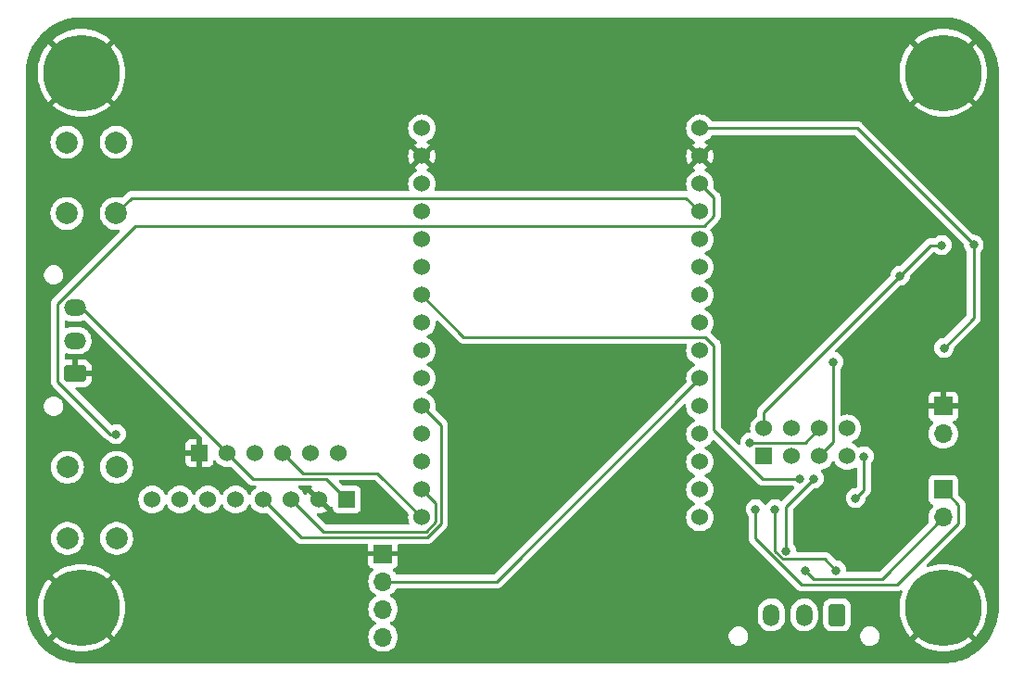
<source format=gbl>
G04 #@! TF.GenerationSoftware,KiCad,Pcbnew,7.0.9*
G04 #@! TF.CreationDate,2023-11-18T03:00:04-05:00*
G04 #@! TF.ProjectId,RLM,524c4d2e-6b69-4636-9164-5f7063625858,rev?*
G04 #@! TF.SameCoordinates,Original*
G04 #@! TF.FileFunction,Copper,L2,Bot*
G04 #@! TF.FilePolarity,Positive*
%FSLAX46Y46*%
G04 Gerber Fmt 4.6, Leading zero omitted, Abs format (unit mm)*
G04 Created by KiCad (PCBNEW 7.0.9) date 2023-11-18 03:00:04*
%MOMM*%
%LPD*%
G01*
G04 APERTURE LIST*
G04 Aperture macros list*
%AMRoundRect*
0 Rectangle with rounded corners*
0 $1 Rounding radius*
0 $2 $3 $4 $5 $6 $7 $8 $9 X,Y pos of 4 corners*
0 Add a 4 corners polygon primitive as box body*
4,1,4,$2,$3,$4,$5,$6,$7,$8,$9,$2,$3,0*
0 Add four circle primitives for the rounded corners*
1,1,$1+$1,$2,$3*
1,1,$1+$1,$4,$5*
1,1,$1+$1,$6,$7*
1,1,$1+$1,$8,$9*
0 Add four rect primitives between the rounded corners*
20,1,$1+$1,$2,$3,$4,$5,0*
20,1,$1+$1,$4,$5,$6,$7,0*
20,1,$1+$1,$6,$7,$8,$9,0*
20,1,$1+$1,$8,$9,$2,$3,0*%
G04 Aperture macros list end*
G04 #@! TA.AperFunction,ComponentPad*
%ADD10RoundRect,0.250001X0.499999X0.759999X-0.499999X0.759999X-0.499999X-0.759999X0.499999X-0.759999X0*%
G04 #@! TD*
G04 #@! TA.AperFunction,ComponentPad*
%ADD11O,1.500000X2.020000*%
G04 #@! TD*
G04 #@! TA.AperFunction,ComponentPad*
%ADD12R,1.700000X1.700000*%
G04 #@! TD*
G04 #@! TA.AperFunction,ComponentPad*
%ADD13O,1.700000X1.700000*%
G04 #@! TD*
G04 #@! TA.AperFunction,ComponentPad*
%ADD14C,2.000000*%
G04 #@! TD*
G04 #@! TA.AperFunction,ComponentPad*
%ADD15C,1.524000*%
G04 #@! TD*
G04 #@! TA.AperFunction,ComponentPad*
%ADD16RoundRect,0.250001X0.759999X-0.499999X0.759999X0.499999X-0.759999X0.499999X-0.759999X-0.499999X0*%
G04 #@! TD*
G04 #@! TA.AperFunction,ComponentPad*
%ADD17O,2.020000X1.500000*%
G04 #@! TD*
G04 #@! TA.AperFunction,ComponentPad*
%ADD18C,7.000000*%
G04 #@! TD*
G04 #@! TA.AperFunction,ComponentPad*
%ADD19R,1.524000X1.524000*%
G04 #@! TD*
G04 #@! TA.AperFunction,ViaPad*
%ADD20C,0.800000*%
G04 #@! TD*
G04 #@! TA.AperFunction,Conductor*
%ADD21C,0.250000*%
G04 #@! TD*
G04 APERTURE END LIST*
D10*
X147780000Y-86360000D03*
D11*
X144780000Y-86360000D03*
X141780000Y-86360000D03*
D12*
X157480000Y-74925000D03*
D13*
X157480000Y-77465000D03*
D14*
X77415000Y-49680000D03*
X77415000Y-43180000D03*
X81915000Y-49680000D03*
X81915000Y-43180000D03*
D15*
X135255000Y-77466000D03*
X135255000Y-74926000D03*
X135255000Y-72386000D03*
X135255000Y-69846000D03*
X135255000Y-67306000D03*
X135255000Y-64766000D03*
X135255000Y-62226000D03*
X135255000Y-59686000D03*
X135255000Y-57146000D03*
X135255000Y-54606000D03*
X135255000Y-52066000D03*
X135255000Y-49526000D03*
X135255000Y-46986000D03*
X135255000Y-44446000D03*
X135255000Y-41906000D03*
X109855000Y-41906000D03*
X109855000Y-44446000D03*
X109855000Y-46986000D03*
X109855000Y-49526000D03*
X109855000Y-52066000D03*
X109855000Y-54606000D03*
X109855000Y-57146000D03*
X109855000Y-59686000D03*
X109855000Y-62226000D03*
X109855000Y-64766000D03*
X109855000Y-67306000D03*
X109855000Y-69846000D03*
X109855000Y-72386000D03*
X109855000Y-74926000D03*
X109855000Y-77466000D03*
D16*
X78160000Y-64310000D03*
D17*
X78160000Y-61310000D03*
X78160000Y-58310000D03*
D18*
X78740000Y-85725000D03*
D12*
X157480000Y-67305000D03*
D13*
X157480000Y-69845000D03*
D19*
X89535000Y-71596000D03*
D15*
X92075000Y-71596000D03*
X94615000Y-71596000D03*
X97155000Y-71596000D03*
X99695000Y-71596000D03*
X102235000Y-71596000D03*
D19*
X102997000Y-75822000D03*
D15*
X100457000Y-75822000D03*
X97917000Y-75822000D03*
X95377000Y-75822000D03*
X92837000Y-75822000D03*
X90297000Y-75822000D03*
X87757000Y-75822000D03*
X85217000Y-75822000D03*
D12*
X106299000Y-80772000D03*
D13*
X106299000Y-83312000D03*
X106299000Y-85852000D03*
X106299000Y-88392000D03*
D19*
X141097000Y-71862000D03*
D15*
X141097000Y-69322000D03*
X143637000Y-71862000D03*
X143637000Y-69322000D03*
X146177000Y-71862000D03*
X146177000Y-69322000D03*
X148717000Y-71862000D03*
X148717000Y-69322000D03*
D14*
X77470000Y-79375000D03*
X77470000Y-72875000D03*
X81970000Y-79375000D03*
X81970000Y-72875000D03*
D18*
X157480000Y-85725000D03*
X157480000Y-36830000D03*
X78740000Y-36830000D03*
D20*
X153543000Y-55372000D03*
X157353000Y-52578000D03*
X147701000Y-82296000D03*
X142113000Y-76708000D03*
X144907000Y-82296000D03*
X140335000Y-76708000D03*
X81915000Y-69850000D03*
X143129000Y-80518000D03*
X145669000Y-73914000D03*
X160273750Y-52544152D03*
X157555500Y-61976000D03*
X149479000Y-75692000D03*
X150241000Y-71882000D03*
X144399000Y-73914000D03*
X147447000Y-63246000D03*
X139827000Y-70612000D03*
D21*
X156337000Y-52578000D02*
X153543000Y-55372000D01*
X153543000Y-55372000D02*
X141097000Y-67818000D01*
X157353000Y-52578000D02*
X156337000Y-52578000D01*
X141097000Y-67818000D02*
X141097000Y-69322000D01*
X146648000Y-81243000D02*
X142828695Y-81243000D01*
X142113000Y-80527305D02*
X142113000Y-76708000D01*
X142828695Y-81243000D02*
X142113000Y-80527305D01*
X147701000Y-82296000D02*
X146648000Y-81243000D01*
X144907000Y-82296000D02*
X145669000Y-83058000D01*
X145669000Y-83058000D02*
X151887000Y-83058000D01*
X151887000Y-83058000D02*
X157480000Y-77465000D01*
X140335000Y-79385701D02*
X144515299Y-83566000D01*
X144515299Y-83566000D02*
X153289000Y-83566000D01*
X153289000Y-83566000D02*
X158877000Y-77978000D01*
X158877000Y-76322000D02*
X157480000Y-74925000D01*
X140335000Y-76708000D02*
X140335000Y-79385701D01*
X158877000Y-77978000D02*
X158877000Y-76322000D01*
X83335000Y-48260000D02*
X133989000Y-48260000D01*
X81915000Y-49680000D02*
X83335000Y-48260000D01*
X133989000Y-48260000D02*
X135255000Y-49526000D01*
X81407000Y-69850000D02*
X76581000Y-65024000D01*
X76581000Y-65024000D02*
X76581000Y-57912000D01*
X76581000Y-57912000D02*
X83693000Y-50800000D01*
X81915000Y-69850000D02*
X81407000Y-69850000D01*
X136525000Y-49915625D02*
X136525000Y-48256000D01*
X136525000Y-48256000D02*
X135255000Y-46986000D01*
X135640625Y-50800000D02*
X136525000Y-49915625D01*
X83693000Y-50800000D02*
X135640625Y-50800000D01*
X116709000Y-83312000D02*
X135255000Y-64766000D01*
X106299000Y-83312000D02*
X116709000Y-83312000D01*
X145669000Y-73914000D02*
X143129000Y-76454000D01*
X92075000Y-71596000D02*
X94393000Y-73914000D01*
X78789000Y-58310000D02*
X92075000Y-71596000D01*
X101089000Y-73914000D02*
X102997000Y-75822000D01*
X149635598Y-41906000D02*
X135255000Y-41906000D01*
X143129000Y-76454000D02*
X143129000Y-80518000D01*
X78160000Y-58310000D02*
X78789000Y-58310000D01*
X157555500Y-61976000D02*
X160273750Y-59257750D01*
X160273750Y-59257750D02*
X160273750Y-52544152D01*
X94393000Y-73914000D02*
X101089000Y-73914000D01*
X160273750Y-52544152D02*
X149635598Y-41906000D01*
X150241000Y-74930000D02*
X149479000Y-75692000D01*
X150241000Y-71882000D02*
X150241000Y-74930000D01*
X136525000Y-69464000D02*
X136525000Y-61722000D01*
X144399000Y-73914000D02*
X140975000Y-73914000D01*
X135763000Y-60960000D02*
X113669000Y-60960000D01*
X136525000Y-61722000D02*
X135763000Y-60960000D01*
X113669000Y-60960000D02*
X109855000Y-57146000D01*
X140975000Y-73914000D02*
X136525000Y-69464000D01*
X147447000Y-63246000D02*
X147447000Y-70592000D01*
X147447000Y-70592000D02*
X146177000Y-71862000D01*
X111575000Y-69026000D02*
X109855000Y-67306000D01*
X111575000Y-78036000D02*
X111575000Y-69026000D01*
X110363000Y-79248000D02*
X111575000Y-78036000D01*
X95377000Y-75822000D02*
X98803000Y-79248000D01*
X98803000Y-79248000D02*
X110363000Y-79248000D01*
X111125000Y-77849604D02*
X111125000Y-76196000D01*
X110234604Y-78740000D02*
X111125000Y-77849604D01*
X111125000Y-76196000D02*
X109855000Y-74926000D01*
X100835000Y-78740000D02*
X110234604Y-78740000D01*
X97917000Y-75822000D02*
X100835000Y-78740000D01*
X139827000Y-70612000D02*
X144887000Y-70612000D01*
X98965000Y-73406000D02*
X97155000Y-71596000D01*
X109855000Y-77466000D02*
X105795000Y-73406000D01*
X105795000Y-73406000D02*
X98965000Y-73406000D01*
X144887000Y-70612000D02*
X146177000Y-69322000D01*
G04 #@! TA.AperFunction,Conductor*
G36*
X111311061Y-59488853D02*
G01*
X111326016Y-59501606D01*
X113168194Y-61343784D01*
X113178019Y-61356048D01*
X113178240Y-61355866D01*
X113183210Y-61361873D01*
X113183213Y-61361876D01*
X113183214Y-61361877D01*
X113233651Y-61409241D01*
X113254530Y-61430120D01*
X113260004Y-61434366D01*
X113264442Y-61438156D01*
X113298418Y-61470062D01*
X113301234Y-61471610D01*
X113315973Y-61479713D01*
X113332231Y-61490392D01*
X113348064Y-61502674D01*
X113370015Y-61512172D01*
X113390837Y-61521183D01*
X113396081Y-61523752D01*
X113436908Y-61546197D01*
X113456312Y-61551179D01*
X113474710Y-61557478D01*
X113493105Y-61565438D01*
X113539129Y-61572726D01*
X113544832Y-61573907D01*
X113589981Y-61585500D01*
X113610016Y-61585500D01*
X113629413Y-61587026D01*
X113649196Y-61590160D01*
X113695584Y-61585775D01*
X113701422Y-61585500D01*
X133966014Y-61585500D01*
X134033053Y-61605185D01*
X134078808Y-61657989D01*
X134088752Y-61727147D01*
X134078396Y-61761904D01*
X134064108Y-61792543D01*
X134064104Y-61792554D01*
X134006930Y-62005929D01*
X134006929Y-62005937D01*
X133987677Y-62225997D01*
X133987677Y-62226002D01*
X134006929Y-62446062D01*
X134006930Y-62446070D01*
X134064104Y-62659445D01*
X134064105Y-62659447D01*
X134064106Y-62659450D01*
X134146965Y-62837142D01*
X134157466Y-62859662D01*
X134157468Y-62859666D01*
X134284170Y-63040615D01*
X134284175Y-63040621D01*
X134440378Y-63196824D01*
X134440384Y-63196829D01*
X134621333Y-63323531D01*
X134621335Y-63323532D01*
X134621338Y-63323534D01*
X134740748Y-63379215D01*
X134750189Y-63383618D01*
X134802628Y-63429790D01*
X134821780Y-63496984D01*
X134801564Y-63563865D01*
X134750189Y-63608382D01*
X134621340Y-63668465D01*
X134621338Y-63668466D01*
X134440377Y-63795175D01*
X134284175Y-63951377D01*
X134157466Y-64132338D01*
X134157465Y-64132340D01*
X134064107Y-64332548D01*
X134064104Y-64332554D01*
X134006930Y-64545929D01*
X134006929Y-64545937D01*
X133987772Y-64764909D01*
X133987677Y-64766000D01*
X134006929Y-64986062D01*
X134006930Y-64986066D01*
X134006930Y-64986070D01*
X134018707Y-65030021D01*
X134017044Y-65099871D01*
X133986613Y-65149795D01*
X116486228Y-82650181D01*
X116424905Y-82683666D01*
X116398547Y-82686500D01*
X107574227Y-82686500D01*
X107507188Y-82666815D01*
X107472652Y-82633623D01*
X107337496Y-82440600D01*
X107292005Y-82395109D01*
X107215179Y-82318283D01*
X107181696Y-82256963D01*
X107186680Y-82187271D01*
X107228551Y-82131337D01*
X107259529Y-82114422D01*
X107391086Y-82065354D01*
X107391093Y-82065350D01*
X107506187Y-81979190D01*
X107506190Y-81979187D01*
X107592350Y-81864093D01*
X107592354Y-81864086D01*
X107642596Y-81729379D01*
X107642598Y-81729372D01*
X107648999Y-81669844D01*
X107649000Y-81669827D01*
X107649000Y-81022000D01*
X106732686Y-81022000D01*
X106758493Y-80981844D01*
X106799000Y-80843889D01*
X106799000Y-80700111D01*
X106758493Y-80562156D01*
X106732686Y-80522000D01*
X107649000Y-80522000D01*
X107649000Y-79997500D01*
X107668685Y-79930461D01*
X107721489Y-79884706D01*
X107773000Y-79873500D01*
X110280257Y-79873500D01*
X110295877Y-79875224D01*
X110295904Y-79874939D01*
X110303660Y-79875671D01*
X110303667Y-79875673D01*
X110372814Y-79873500D01*
X110402350Y-79873500D01*
X110409228Y-79872630D01*
X110415041Y-79872172D01*
X110461627Y-79870709D01*
X110480869Y-79865117D01*
X110499912Y-79861174D01*
X110519792Y-79858664D01*
X110563122Y-79841507D01*
X110568646Y-79839617D01*
X110572396Y-79838527D01*
X110613390Y-79826618D01*
X110630629Y-79816422D01*
X110648103Y-79807862D01*
X110666727Y-79800488D01*
X110666727Y-79800487D01*
X110666732Y-79800486D01*
X110704449Y-79773082D01*
X110709305Y-79769892D01*
X110749420Y-79746170D01*
X110763589Y-79731999D01*
X110778379Y-79719368D01*
X110794587Y-79707594D01*
X110824299Y-79671676D01*
X110828212Y-79667376D01*
X111958787Y-78536802D01*
X111971042Y-78526986D01*
X111970859Y-78526764D01*
X111976866Y-78521792D01*
X111976877Y-78521786D01*
X112017238Y-78478806D01*
X112024227Y-78471364D01*
X112034671Y-78460918D01*
X112045120Y-78450471D01*
X112049379Y-78444978D01*
X112053152Y-78440561D01*
X112085062Y-78406582D01*
X112094715Y-78389020D01*
X112105389Y-78372770D01*
X112117673Y-78356936D01*
X112136180Y-78314167D01*
X112138749Y-78308924D01*
X112144240Y-78298936D01*
X112161197Y-78268092D01*
X112166177Y-78248691D01*
X112172478Y-78230288D01*
X112180438Y-78211896D01*
X112187730Y-78165849D01*
X112188911Y-78160152D01*
X112190517Y-78153897D01*
X112200500Y-78115019D01*
X112200500Y-78094983D01*
X112202027Y-78075582D01*
X112205160Y-78055804D01*
X112200775Y-78009415D01*
X112200500Y-78003577D01*
X112200500Y-69108737D01*
X112202224Y-69093123D01*
X112201938Y-69093096D01*
X112202672Y-69085333D01*
X112200500Y-69016203D01*
X112200500Y-68986651D01*
X112200500Y-68986650D01*
X112199629Y-68979759D01*
X112199172Y-68973945D01*
X112198404Y-68949500D01*
X112197709Y-68927373D01*
X112192121Y-68908139D01*
X112188174Y-68889081D01*
X112188136Y-68888780D01*
X112185664Y-68869208D01*
X112168507Y-68825875D01*
X112166614Y-68820346D01*
X112153618Y-68775614D01*
X112153617Y-68775610D01*
X112143420Y-68758368D01*
X112134863Y-68740902D01*
X112127486Y-68722268D01*
X112100083Y-68684550D01*
X112096900Y-68679705D01*
X112073170Y-68639579D01*
X112073165Y-68639573D01*
X112059005Y-68625413D01*
X112046370Y-68610620D01*
X112034593Y-68594412D01*
X111998693Y-68564713D01*
X111994381Y-68560790D01*
X111123386Y-67689795D01*
X111089901Y-67628472D01*
X111091293Y-67570018D01*
X111097975Y-67545084D01*
X111103070Y-67526068D01*
X111120484Y-67327020D01*
X111122323Y-67306002D01*
X111122323Y-67305997D01*
X111113088Y-67200440D01*
X111103070Y-67085932D01*
X111045894Y-66872550D01*
X110952534Y-66672339D01*
X110889180Y-66581859D01*
X110825827Y-66491381D01*
X110758946Y-66424500D01*
X110669620Y-66335174D01*
X110669616Y-66335171D01*
X110669615Y-66335170D01*
X110488666Y-66208468D01*
X110488658Y-66208464D01*
X110359811Y-66148382D01*
X110307371Y-66102210D01*
X110288219Y-66035017D01*
X110308435Y-65968135D01*
X110359811Y-65923618D01*
X110365802Y-65920824D01*
X110488662Y-65863534D01*
X110669620Y-65736826D01*
X110825826Y-65580620D01*
X110952534Y-65399662D01*
X111045894Y-65199450D01*
X111103070Y-64986068D01*
X111122323Y-64766000D01*
X111103070Y-64545932D01*
X111045894Y-64332550D01*
X110952534Y-64132339D01*
X110825826Y-63951380D01*
X110669620Y-63795174D01*
X110669616Y-63795171D01*
X110669615Y-63795170D01*
X110488666Y-63668468D01*
X110488658Y-63668464D01*
X110359811Y-63608382D01*
X110307371Y-63562210D01*
X110288219Y-63495017D01*
X110308435Y-63428135D01*
X110359811Y-63383618D01*
X110365802Y-63380824D01*
X110488662Y-63323534D01*
X110669620Y-63196826D01*
X110825826Y-63040620D01*
X110952534Y-62859662D01*
X111045894Y-62659450D01*
X111103070Y-62446068D01*
X111122323Y-62226000D01*
X111116921Y-62164259D01*
X111103070Y-62005937D01*
X111103070Y-62005932D01*
X111045894Y-61792550D01*
X110952534Y-61592339D01*
X110867999Y-61471610D01*
X110825827Y-61411381D01*
X110750020Y-61335574D01*
X110669620Y-61255174D01*
X110669616Y-61255171D01*
X110669615Y-61255170D01*
X110488666Y-61128468D01*
X110488658Y-61128464D01*
X110359811Y-61068382D01*
X110307371Y-61022210D01*
X110288219Y-60955017D01*
X110308435Y-60888135D01*
X110359811Y-60843618D01*
X110365802Y-60840824D01*
X110488662Y-60783534D01*
X110669620Y-60656826D01*
X110825826Y-60500620D01*
X110952534Y-60319662D01*
X111045894Y-60119450D01*
X111103070Y-59906068D01*
X111122323Y-59686000D01*
X111114807Y-59600093D01*
X111128573Y-59531595D01*
X111177188Y-59481412D01*
X111245217Y-59465478D01*
X111311061Y-59488853D01*
G37*
G04 #@! TD.AperFunction*
G04 #@! TA.AperFunction,Conductor*
G36*
X105551587Y-74051185D02*
G01*
X105572229Y-74067819D01*
X108586613Y-77082204D01*
X108620098Y-77143527D01*
X108618707Y-77201977D01*
X108606931Y-77245926D01*
X108606930Y-77245933D01*
X108587677Y-77465997D01*
X108587677Y-77466002D01*
X108606929Y-77686062D01*
X108606930Y-77686070D01*
X108664104Y-77899445D01*
X108664105Y-77899447D01*
X108664106Y-77899450D01*
X108671557Y-77915429D01*
X108682127Y-77938097D01*
X108692618Y-78007174D01*
X108664097Y-78070958D01*
X108605620Y-78109197D01*
X108569744Y-78114500D01*
X101145453Y-78114500D01*
X101078414Y-78094815D01*
X101057772Y-78078181D01*
X100272057Y-77292466D01*
X100238572Y-77231143D01*
X100243556Y-77161451D01*
X100285428Y-77105518D01*
X100350892Y-77081101D01*
X100370546Y-77081257D01*
X100456999Y-77088821D01*
X100457001Y-77088821D01*
X100676976Y-77069575D01*
X100676986Y-77069573D01*
X100890270Y-77012424D01*
X100890284Y-77012419D01*
X101090408Y-76919100D01*
X101090420Y-76919093D01*
X101155186Y-76873742D01*
X101155187Y-76873740D01*
X100484447Y-76203000D01*
X100488569Y-76203000D01*
X100582421Y-76187339D01*
X100694251Y-76126820D01*
X100780371Y-76033269D01*
X100831448Y-75916823D01*
X100837105Y-75848552D01*
X101508740Y-76520186D01*
X101508925Y-76519922D01*
X101563502Y-76476298D01*
X101633001Y-76469105D01*
X101695355Y-76500627D01*
X101730769Y-76560857D01*
X101734500Y-76591043D01*
X101734500Y-76631868D01*
X101734501Y-76631876D01*
X101740908Y-76691483D01*
X101791202Y-76826328D01*
X101791206Y-76826335D01*
X101877452Y-76941544D01*
X101877455Y-76941547D01*
X101992664Y-77027793D01*
X101992671Y-77027797D01*
X102127517Y-77078091D01*
X102127516Y-77078091D01*
X102134444Y-77078835D01*
X102187127Y-77084500D01*
X103806872Y-77084499D01*
X103866483Y-77078091D01*
X104001331Y-77027796D01*
X104116546Y-76941546D01*
X104202796Y-76826331D01*
X104253091Y-76691483D01*
X104259500Y-76631873D01*
X104259499Y-75012128D01*
X104253091Y-74952517D01*
X104207714Y-74830856D01*
X104202797Y-74817671D01*
X104202793Y-74817664D01*
X104116547Y-74702455D01*
X104116544Y-74702452D01*
X104001335Y-74616206D01*
X104001328Y-74616202D01*
X103866482Y-74565908D01*
X103866483Y-74565908D01*
X103806883Y-74559501D01*
X103806881Y-74559500D01*
X103806873Y-74559500D01*
X103806865Y-74559500D01*
X102670453Y-74559500D01*
X102603414Y-74539815D01*
X102582772Y-74523181D01*
X102302772Y-74243181D01*
X102269287Y-74181858D01*
X102274271Y-74112166D01*
X102316143Y-74056233D01*
X102381607Y-74031816D01*
X102390453Y-74031500D01*
X105484548Y-74031500D01*
X105551587Y-74051185D01*
G37*
G04 #@! TD.AperFunction*
G04 #@! TA.AperFunction,Conductor*
G36*
X99762130Y-74559185D02*
G01*
X99807885Y-74611989D01*
X99817829Y-74681147D01*
X99788804Y-74744703D01*
X99766214Y-74765075D01*
X99758812Y-74770257D01*
X99758811Y-74770258D01*
X100429553Y-75441000D01*
X100425431Y-75441000D01*
X100331579Y-75456661D01*
X100219749Y-75517180D01*
X100133629Y-75610731D01*
X100082552Y-75727177D01*
X100076894Y-75795447D01*
X99405258Y-75123811D01*
X99405257Y-75123812D01*
X99359903Y-75188586D01*
X99299658Y-75317781D01*
X99253485Y-75370220D01*
X99186292Y-75389372D01*
X99119411Y-75369156D01*
X99074894Y-75317781D01*
X99022527Y-75205480D01*
X99014534Y-75188339D01*
X98938958Y-75080404D01*
X98887827Y-75007381D01*
X98830250Y-74949804D01*
X98731620Y-74851174D01*
X98731616Y-74851171D01*
X98731615Y-74851170D01*
X98608658Y-74765075D01*
X98565033Y-74710498D01*
X98557839Y-74641000D01*
X98589362Y-74578645D01*
X98649592Y-74543231D01*
X98679781Y-74539500D01*
X99695091Y-74539500D01*
X99762130Y-74559185D01*
G37*
G04 #@! TD.AperFunction*
G04 #@! TA.AperFunction,Conductor*
G36*
X157697525Y-31759496D02*
G01*
X157902732Y-31768456D01*
X157907654Y-31768870D01*
X158125755Y-31796056D01*
X158330849Y-31823058D01*
X158335420Y-31823837D01*
X158550399Y-31868913D01*
X158752714Y-31913766D01*
X158756969Y-31914869D01*
X158875715Y-31950222D01*
X158967449Y-31977533D01*
X159020220Y-31994171D01*
X159165378Y-32039939D01*
X159169180Y-32041277D01*
X159373265Y-32120912D01*
X159373908Y-32121163D01*
X159565763Y-32200632D01*
X159569234Y-32202196D01*
X159766710Y-32298737D01*
X159766733Y-32298748D01*
X159951061Y-32394704D01*
X159954169Y-32396437D01*
X160076039Y-32469054D01*
X160143108Y-32509019D01*
X160318522Y-32620771D01*
X160321212Y-32622586D01*
X160500304Y-32750456D01*
X160665405Y-32877142D01*
X160667733Y-32879019D01*
X160835753Y-33021323D01*
X160990324Y-33162962D01*
X161147037Y-33319675D01*
X161288676Y-33474246D01*
X161430979Y-33642265D01*
X161432856Y-33644593D01*
X161559543Y-33809695D01*
X161687412Y-33988786D01*
X161689244Y-33991501D01*
X161800986Y-34166901D01*
X161913561Y-34355829D01*
X161915294Y-34358937D01*
X162011251Y-34543266D01*
X162107786Y-34740731D01*
X162109366Y-34744235D01*
X162188836Y-34936091D01*
X162209367Y-34988706D01*
X162268708Y-35140785D01*
X162270072Y-35144657D01*
X162332466Y-35342549D01*
X162395124Y-35553014D01*
X162396232Y-35557286D01*
X162441099Y-35759663D01*
X162486157Y-35974559D01*
X162486946Y-35979191D01*
X162513952Y-36184318D01*
X162541126Y-36402322D01*
X162541543Y-36407288D01*
X162550512Y-36612701D01*
X162559500Y-36830000D01*
X162559500Y-85725000D01*
X162550512Y-85942298D01*
X162541543Y-86147710D01*
X162541126Y-86152676D01*
X162513952Y-86370681D01*
X162486946Y-86575807D01*
X162486157Y-86580439D01*
X162441099Y-86795336D01*
X162396232Y-86997712D01*
X162395124Y-87001984D01*
X162332466Y-87212450D01*
X162270072Y-87410341D01*
X162268700Y-87414236D01*
X162188836Y-87618908D01*
X162109366Y-87810763D01*
X162107786Y-87814267D01*
X162011251Y-88011733D01*
X161915294Y-88196061D01*
X161913561Y-88199169D01*
X161800986Y-88388098D01*
X161689244Y-88563497D01*
X161687412Y-88566212D01*
X161559543Y-88745304D01*
X161432856Y-88910405D01*
X161430979Y-88912733D01*
X161288676Y-89080753D01*
X161147037Y-89235324D01*
X160990324Y-89392037D01*
X160835753Y-89533676D01*
X160667733Y-89675979D01*
X160665405Y-89677856D01*
X160500304Y-89804543D01*
X160321212Y-89932412D01*
X160318497Y-89934244D01*
X160143098Y-90045986D01*
X159954169Y-90158561D01*
X159951061Y-90160294D01*
X159766733Y-90256251D01*
X159569267Y-90352786D01*
X159565763Y-90354366D01*
X159373908Y-90433836D01*
X159169236Y-90513700D01*
X159165341Y-90515072D01*
X158967450Y-90577466D01*
X158756984Y-90640124D01*
X158752712Y-90641232D01*
X158550336Y-90686099D01*
X158335439Y-90731157D01*
X158330807Y-90731946D01*
X158125681Y-90758952D01*
X157907676Y-90786126D01*
X157902710Y-90786543D01*
X157697298Y-90795512D01*
X157480000Y-90804500D01*
X78740000Y-90804500D01*
X78522701Y-90795512D01*
X78317288Y-90786543D01*
X78312322Y-90786126D01*
X78094318Y-90758952D01*
X77889191Y-90731946D01*
X77884559Y-90731157D01*
X77669663Y-90686099D01*
X77467286Y-90641232D01*
X77463014Y-90640124D01*
X77252549Y-90577466D01*
X77054657Y-90515072D01*
X77050785Y-90513708D01*
X76918255Y-90461995D01*
X76846091Y-90433836D01*
X76654235Y-90354366D01*
X76650731Y-90352786D01*
X76453266Y-90256251D01*
X76268937Y-90160294D01*
X76265829Y-90158561D01*
X76076901Y-90045986D01*
X75901501Y-89934244D01*
X75898786Y-89932412D01*
X75719695Y-89804543D01*
X75554593Y-89677856D01*
X75552265Y-89675979D01*
X75384246Y-89533676D01*
X75229675Y-89392037D01*
X75072962Y-89235324D01*
X74979568Y-89133403D01*
X74931319Y-89080748D01*
X74789019Y-88912733D01*
X74787142Y-88910405D01*
X74660456Y-88745304D01*
X74576276Y-88627403D01*
X74532580Y-88566203D01*
X74530771Y-88563522D01*
X74419013Y-88388098D01*
X74379054Y-88321039D01*
X74306437Y-88199169D01*
X74304704Y-88196061D01*
X74208748Y-88011733D01*
X74112196Y-87814234D01*
X74110632Y-87810763D01*
X74031163Y-87618908D01*
X74023656Y-87599669D01*
X73951277Y-87414180D01*
X73949939Y-87410378D01*
X73887533Y-87212449D01*
X73846613Y-87075002D01*
X73824869Y-87001969D01*
X73823766Y-86997712D01*
X73778913Y-86795399D01*
X73733837Y-86580420D01*
X73733058Y-86575849D01*
X73706047Y-86370681D01*
X73678870Y-86152654D01*
X73678456Y-86147732D01*
X73669487Y-85942298D01*
X73660500Y-85725000D01*
X74735176Y-85725000D01*
X74754461Y-86117550D01*
X74812129Y-86506308D01*
X74907625Y-86887549D01*
X75040016Y-87257559D01*
X75040023Y-87257575D01*
X75208062Y-87612864D01*
X75410109Y-87949958D01*
X75644228Y-88265632D01*
X75740068Y-88371376D01*
X75740069Y-88371376D01*
X77053104Y-87058341D01*
X77165031Y-87195918D01*
X77379990Y-87396676D01*
X77404543Y-87414008D01*
X76093622Y-88724929D01*
X76093622Y-88724930D01*
X76199367Y-88820771D01*
X76515041Y-89054890D01*
X76852135Y-89256937D01*
X77207424Y-89424976D01*
X77207440Y-89424983D01*
X77577450Y-89557374D01*
X77958691Y-89652870D01*
X78347449Y-89710538D01*
X78740000Y-89729823D01*
X79132550Y-89710538D01*
X79521308Y-89652870D01*
X79902549Y-89557374D01*
X80272559Y-89424983D01*
X80272575Y-89424976D01*
X80627864Y-89256937D01*
X80964958Y-89054890D01*
X81280632Y-88820770D01*
X81386376Y-88724929D01*
X80075455Y-87414008D01*
X80100010Y-87396676D01*
X80314969Y-87195918D01*
X80426895Y-87058342D01*
X81739929Y-88371376D01*
X81835770Y-88265632D01*
X82069890Y-87949958D01*
X82271937Y-87612864D01*
X82439976Y-87257575D01*
X82439983Y-87257559D01*
X82572374Y-86887549D01*
X82667870Y-86506308D01*
X82725538Y-86117550D01*
X82744823Y-85725000D01*
X82725538Y-85332449D01*
X82667870Y-84943691D01*
X82572374Y-84562450D01*
X82439983Y-84192440D01*
X82439976Y-84192424D01*
X82271937Y-83837135D01*
X82069890Y-83500041D01*
X81835771Y-83184367D01*
X81739930Y-83078622D01*
X81739929Y-83078622D01*
X80426894Y-84391656D01*
X80314969Y-84254082D01*
X80100010Y-84053324D01*
X80075455Y-84035991D01*
X81386376Y-82725069D01*
X81386376Y-82725068D01*
X81280632Y-82629228D01*
X80964958Y-82395109D01*
X80627864Y-82193062D01*
X80272575Y-82025023D01*
X80272559Y-82025016D01*
X79902549Y-81892625D01*
X79521308Y-81797129D01*
X79132550Y-81739461D01*
X78740000Y-81720176D01*
X78347449Y-81739461D01*
X77958691Y-81797129D01*
X77577450Y-81892625D01*
X77207440Y-82025016D01*
X77207424Y-82025023D01*
X76852135Y-82193062D01*
X76515041Y-82395109D01*
X76199368Y-82629228D01*
X76093622Y-82725069D01*
X77404544Y-84035991D01*
X77379990Y-84053324D01*
X77165031Y-84254082D01*
X77053104Y-84391657D01*
X75740069Y-83078622D01*
X75644228Y-83184368D01*
X75410109Y-83500041D01*
X75208062Y-83837135D01*
X75040023Y-84192424D01*
X75040016Y-84192440D01*
X74907625Y-84562450D01*
X74812129Y-84943691D01*
X74754461Y-85332449D01*
X74735176Y-85725000D01*
X73660500Y-85725000D01*
X73660500Y-85724500D01*
X73660500Y-79375005D01*
X75964357Y-79375005D01*
X75984890Y-79622812D01*
X75984892Y-79622824D01*
X76045936Y-79863881D01*
X76145826Y-80091606D01*
X76281833Y-80299782D01*
X76309415Y-80329744D01*
X76450256Y-80482738D01*
X76646491Y-80635474D01*
X76865190Y-80753828D01*
X77100386Y-80834571D01*
X77345665Y-80875500D01*
X77594335Y-80875500D01*
X77839614Y-80834571D01*
X78074810Y-80753828D01*
X78293509Y-80635474D01*
X78489744Y-80482738D01*
X78658164Y-80299785D01*
X78794173Y-80091607D01*
X78894063Y-79863881D01*
X78955108Y-79622821D01*
X78961764Y-79542493D01*
X78975643Y-79375005D01*
X80464357Y-79375005D01*
X80484890Y-79622812D01*
X80484892Y-79622824D01*
X80545936Y-79863881D01*
X80645826Y-80091606D01*
X80781833Y-80299782D01*
X80809415Y-80329744D01*
X80950256Y-80482738D01*
X81146491Y-80635474D01*
X81365190Y-80753828D01*
X81600386Y-80834571D01*
X81845665Y-80875500D01*
X82094335Y-80875500D01*
X82339614Y-80834571D01*
X82574810Y-80753828D01*
X82793509Y-80635474D01*
X82989744Y-80482738D01*
X83158164Y-80299785D01*
X83294173Y-80091607D01*
X83394063Y-79863881D01*
X83455108Y-79622821D01*
X83461764Y-79542493D01*
X83475643Y-79375005D01*
X83475643Y-79374994D01*
X83455109Y-79127187D01*
X83455107Y-79127175D01*
X83394063Y-78886118D01*
X83294173Y-78658393D01*
X83158166Y-78450217D01*
X83117997Y-78406582D01*
X82989744Y-78267262D01*
X82793509Y-78114526D01*
X82793507Y-78114525D01*
X82793506Y-78114524D01*
X82574811Y-77996172D01*
X82574802Y-77996169D01*
X82339616Y-77915429D01*
X82094335Y-77874500D01*
X81845665Y-77874500D01*
X81600383Y-77915429D01*
X81365197Y-77996169D01*
X81365188Y-77996172D01*
X81146493Y-78114524D01*
X80950257Y-78267261D01*
X80781833Y-78450217D01*
X80645826Y-78658393D01*
X80545936Y-78886118D01*
X80484892Y-79127175D01*
X80484890Y-79127187D01*
X80464357Y-79374994D01*
X80464357Y-79375005D01*
X78975643Y-79375005D01*
X78975643Y-79374994D01*
X78955109Y-79127187D01*
X78955107Y-79127175D01*
X78894063Y-78886118D01*
X78794173Y-78658393D01*
X78658166Y-78450217D01*
X78617997Y-78406582D01*
X78489744Y-78267262D01*
X78293509Y-78114526D01*
X78293507Y-78114525D01*
X78293506Y-78114524D01*
X78074811Y-77996172D01*
X78074802Y-77996169D01*
X77839616Y-77915429D01*
X77594335Y-77874500D01*
X77345665Y-77874500D01*
X77100383Y-77915429D01*
X76865197Y-77996169D01*
X76865188Y-77996172D01*
X76646493Y-78114524D01*
X76450257Y-78267261D01*
X76281833Y-78450217D01*
X76145826Y-78658393D01*
X76045936Y-78886118D01*
X75984892Y-79127175D01*
X75984890Y-79127187D01*
X75964357Y-79374994D01*
X75964357Y-79375005D01*
X73660500Y-79375005D01*
X73660500Y-72875005D01*
X75964357Y-72875005D01*
X75984890Y-73122812D01*
X75984892Y-73122824D01*
X76045936Y-73363881D01*
X76145826Y-73591606D01*
X76281833Y-73799782D01*
X76281836Y-73799785D01*
X76450256Y-73982738D01*
X76646491Y-74135474D01*
X76865190Y-74253828D01*
X77100386Y-74334571D01*
X77345665Y-74375500D01*
X77594335Y-74375500D01*
X77839614Y-74334571D01*
X78074810Y-74253828D01*
X78293509Y-74135474D01*
X78489744Y-73982738D01*
X78658164Y-73799785D01*
X78794173Y-73591607D01*
X78894063Y-73363881D01*
X78955108Y-73122821D01*
X78960902Y-73052896D01*
X78975643Y-72875005D01*
X80464357Y-72875005D01*
X80484890Y-73122812D01*
X80484892Y-73122824D01*
X80545936Y-73363881D01*
X80645826Y-73591606D01*
X80781833Y-73799782D01*
X80781836Y-73799785D01*
X80950256Y-73982738D01*
X81146491Y-74135474D01*
X81365190Y-74253828D01*
X81600386Y-74334571D01*
X81845665Y-74375500D01*
X82094335Y-74375500D01*
X82339614Y-74334571D01*
X82574810Y-74253828D01*
X82793509Y-74135474D01*
X82989744Y-73982738D01*
X83158164Y-73799785D01*
X83294173Y-73591607D01*
X83394063Y-73363881D01*
X83455108Y-73122821D01*
X83460902Y-73052896D01*
X83475643Y-72875005D01*
X83475643Y-72874994D01*
X83455109Y-72627187D01*
X83455107Y-72627175D01*
X83394063Y-72386118D01*
X83294173Y-72158393D01*
X83158166Y-71950217D01*
X83112693Y-71900820D01*
X82989744Y-71767262D01*
X82793509Y-71614526D01*
X82793507Y-71614525D01*
X82793506Y-71614524D01*
X82574811Y-71496172D01*
X82574802Y-71496169D01*
X82339616Y-71415429D01*
X82094335Y-71374500D01*
X81845665Y-71374500D01*
X81600383Y-71415429D01*
X81365197Y-71496169D01*
X81365188Y-71496172D01*
X81146493Y-71614524D01*
X80950257Y-71767261D01*
X80781833Y-71950217D01*
X80645826Y-72158393D01*
X80545936Y-72386118D01*
X80484892Y-72627175D01*
X80484890Y-72627187D01*
X80464357Y-72874994D01*
X80464357Y-72875005D01*
X78975643Y-72875005D01*
X78975643Y-72874994D01*
X78955109Y-72627187D01*
X78955107Y-72627175D01*
X78894063Y-72386118D01*
X78794173Y-72158393D01*
X78658166Y-71950217D01*
X78612693Y-71900820D01*
X78489744Y-71767262D01*
X78293509Y-71614526D01*
X78293507Y-71614525D01*
X78293506Y-71614524D01*
X78074811Y-71496172D01*
X78074802Y-71496169D01*
X77839616Y-71415429D01*
X77594335Y-71374500D01*
X77345665Y-71374500D01*
X77100383Y-71415429D01*
X76865197Y-71496169D01*
X76865188Y-71496172D01*
X76646493Y-71614524D01*
X76450257Y-71767261D01*
X76281833Y-71950217D01*
X76145826Y-72158393D01*
X76045936Y-72386118D01*
X75984892Y-72627175D01*
X75984890Y-72627187D01*
X75964357Y-72874994D01*
X75964357Y-72875005D01*
X73660500Y-72875005D01*
X73660500Y-67403070D01*
X75314500Y-67403070D01*
X75316706Y-67413447D01*
X75353199Y-67585141D01*
X75353201Y-67585147D01*
X75400339Y-67691018D01*
X75421900Y-67739445D01*
X75428910Y-67755188D01*
X75428909Y-67755188D01*
X75428910Y-67755189D01*
X75538320Y-67905779D01*
X75538321Y-67905780D01*
X75538322Y-67905781D01*
X75538324Y-67905784D01*
X75622469Y-67981547D01*
X75676649Y-68030331D01*
X75837851Y-68123401D01*
X75837853Y-68123401D01*
X75837856Y-68123403D01*
X75911288Y-68147262D01*
X76014880Y-68180921D01*
X76153589Y-68195500D01*
X76153594Y-68195500D01*
X76246406Y-68195500D01*
X76246411Y-68195500D01*
X76385120Y-68180921D01*
X76562149Y-68123401D01*
X76723351Y-68030331D01*
X76831709Y-67932764D01*
X76861675Y-67905784D01*
X76861675Y-67905782D01*
X76861680Y-67905779D01*
X76971090Y-67755189D01*
X77046800Y-67585142D01*
X77085500Y-67403070D01*
X77085500Y-67216930D01*
X77046800Y-67034858D01*
X77046798Y-67034852D01*
X77016386Y-66966547D01*
X76971090Y-66864811D01*
X76861680Y-66714221D01*
X76861677Y-66714218D01*
X76861675Y-66714215D01*
X76771536Y-66633055D01*
X76723351Y-66589669D01*
X76562149Y-66496599D01*
X76562143Y-66496596D01*
X76385124Y-66439080D01*
X76385122Y-66439079D01*
X76345488Y-66434913D01*
X76246411Y-66424500D01*
X76153589Y-66424500D01*
X76066895Y-66433611D01*
X76014877Y-66439079D01*
X76014875Y-66439080D01*
X75837856Y-66496596D01*
X75837850Y-66496599D01*
X75676650Y-66589668D01*
X75538324Y-66714215D01*
X75538322Y-66714218D01*
X75428909Y-66864811D01*
X75353201Y-67034852D01*
X75353199Y-67034858D01*
X75318005Y-67200440D01*
X75314500Y-67216930D01*
X75314500Y-67403070D01*
X73660500Y-67403070D01*
X73660500Y-57892195D01*
X75950840Y-57892195D01*
X75955225Y-57938583D01*
X75955500Y-57944421D01*
X75955500Y-64941255D01*
X75953775Y-64956872D01*
X75954061Y-64956899D01*
X75953326Y-64964665D01*
X75955500Y-65033814D01*
X75955500Y-65063343D01*
X75955501Y-65063360D01*
X75956368Y-65070231D01*
X75956826Y-65076050D01*
X75958290Y-65122624D01*
X75958291Y-65122627D01*
X75963880Y-65141867D01*
X75967824Y-65160911D01*
X75970336Y-65180792D01*
X75987490Y-65224119D01*
X75989382Y-65229647D01*
X76002382Y-65274390D01*
X76004720Y-65278344D01*
X76012580Y-65291634D01*
X76021138Y-65309103D01*
X76028514Y-65327732D01*
X76055898Y-65365423D01*
X76059106Y-65370307D01*
X76082827Y-65410416D01*
X76082833Y-65410424D01*
X76096990Y-65424580D01*
X76109628Y-65439376D01*
X76121405Y-65455586D01*
X76121406Y-65455587D01*
X76157309Y-65485288D01*
X76161620Y-65489210D01*
X78578189Y-67905779D01*
X80906194Y-70233784D01*
X80916019Y-70246048D01*
X80916240Y-70245866D01*
X80921210Y-70251873D01*
X80921213Y-70251876D01*
X80921214Y-70251877D01*
X80971651Y-70299241D01*
X80992530Y-70320120D01*
X80998004Y-70324366D01*
X81002442Y-70328156D01*
X81036418Y-70360062D01*
X81036422Y-70360064D01*
X81053973Y-70369713D01*
X81070231Y-70380392D01*
X81086064Y-70392674D01*
X81108015Y-70402172D01*
X81128837Y-70411183D01*
X81134081Y-70413752D01*
X81174908Y-70436197D01*
X81194312Y-70441179D01*
X81212706Y-70447476D01*
X81231105Y-70455438D01*
X81231106Y-70455438D01*
X81234621Y-70456959D01*
X81277524Y-70487788D01*
X81309128Y-70522887D01*
X81309135Y-70522893D01*
X81462265Y-70634148D01*
X81462270Y-70634151D01*
X81635192Y-70711142D01*
X81635197Y-70711144D01*
X81820354Y-70750500D01*
X81820355Y-70750500D01*
X82009644Y-70750500D01*
X82009646Y-70750500D01*
X82194803Y-70711144D01*
X82367730Y-70634151D01*
X82520871Y-70522888D01*
X82647533Y-70382216D01*
X82742179Y-70218284D01*
X82800674Y-70038256D01*
X82820460Y-69850000D01*
X82800674Y-69661744D01*
X82742179Y-69481716D01*
X82647533Y-69317784D01*
X82520871Y-69177112D01*
X82520870Y-69177111D01*
X82367734Y-69065851D01*
X82367729Y-69065848D01*
X82194807Y-68988857D01*
X82194802Y-68988855D01*
X82049001Y-68957865D01*
X82009646Y-68949500D01*
X81820354Y-68949500D01*
X81780999Y-68957865D01*
X81635198Y-68988855D01*
X81635193Y-68988857D01*
X81571376Y-69017270D01*
X81502126Y-69026554D01*
X81438850Y-68996925D01*
X81433261Y-68991671D01*
X78213272Y-65771681D01*
X78179787Y-65710358D01*
X78184771Y-65640666D01*
X78226643Y-65584733D01*
X78292107Y-65560316D01*
X78300953Y-65560000D01*
X78969973Y-65560000D01*
X78969985Y-65559999D01*
X79072689Y-65549506D01*
X79072696Y-65549505D01*
X79239118Y-65494358D01*
X79239123Y-65494356D01*
X79388344Y-65402315D01*
X79512315Y-65278344D01*
X79604356Y-65129123D01*
X79604358Y-65129118D01*
X79659505Y-64962696D01*
X79659506Y-64962689D01*
X79669999Y-64859985D01*
X79670000Y-64859972D01*
X79670000Y-64560000D01*
X78605572Y-64560000D01*
X78628682Y-64524040D01*
X78670000Y-64383327D01*
X78670000Y-64236673D01*
X78628682Y-64095960D01*
X78605572Y-64060000D01*
X79670000Y-64060000D01*
X79670000Y-63760027D01*
X79669999Y-63760014D01*
X79659506Y-63657310D01*
X79659505Y-63657303D01*
X79604358Y-63490881D01*
X79604356Y-63490876D01*
X79512315Y-63341655D01*
X79388344Y-63217684D01*
X79239123Y-63125643D01*
X79239118Y-63125641D01*
X79072696Y-63070494D01*
X79072689Y-63070493D01*
X78969985Y-63060000D01*
X78410000Y-63060000D01*
X78410000Y-63863505D01*
X78305161Y-63815627D01*
X78196473Y-63800000D01*
X78123527Y-63800000D01*
X78014839Y-63815627D01*
X77910000Y-63863505D01*
X77910000Y-63060000D01*
X77350009Y-63060000D01*
X77343093Y-63060707D01*
X77274401Y-63047933D01*
X77223520Y-63000048D01*
X77206500Y-62937348D01*
X77206500Y-62564376D01*
X77226185Y-62497337D01*
X77278989Y-62451582D01*
X77348147Y-62441638D01*
X77374063Y-62448281D01*
X77533760Y-62508216D01*
X77565976Y-62520307D01*
X77787450Y-62560500D01*
X77787453Y-62560500D01*
X78476148Y-62560500D01*
X78476155Y-62560500D01*
X78644188Y-62545377D01*
X78644192Y-62545376D01*
X78861160Y-62485496D01*
X78861162Y-62485495D01*
X78861170Y-62485493D01*
X79063973Y-62387829D01*
X79246078Y-62255522D01*
X79401632Y-62092825D01*
X79525635Y-61904968D01*
X79574325Y-61791054D01*
X79614100Y-61697995D01*
X79614099Y-61697995D01*
X79614103Y-61697988D01*
X79664191Y-61478537D01*
X79674290Y-61253670D01*
X79644075Y-61030613D01*
X79574517Y-60816536D01*
X79467852Y-60618319D01*
X79373986Y-60500615D01*
X79327510Y-60442336D01*
X79327508Y-60442334D01*
X79157996Y-60294235D01*
X78964764Y-60178785D01*
X78846775Y-60134503D01*
X78754023Y-60099692D01*
X78532550Y-60059500D01*
X78532547Y-60059500D01*
X77843845Y-60059500D01*
X77805399Y-60062960D01*
X77675813Y-60074622D01*
X77675807Y-60074623D01*
X77458839Y-60134503D01*
X77458830Y-60134507D01*
X77384300Y-60170398D01*
X77315359Y-60181749D01*
X77251224Y-60154026D01*
X77212260Y-60096030D01*
X77206500Y-60058677D01*
X77206500Y-59564376D01*
X77226185Y-59497337D01*
X77278989Y-59451582D01*
X77348147Y-59441638D01*
X77374063Y-59448281D01*
X77565976Y-59520307D01*
X77787450Y-59560500D01*
X77787453Y-59560500D01*
X78476148Y-59560500D01*
X78476155Y-59560500D01*
X78644188Y-59545377D01*
X78688183Y-59533235D01*
X78861167Y-59485494D01*
X78861167Y-59485493D01*
X78861170Y-59485493D01*
X78929534Y-59452569D01*
X78998475Y-59441217D01*
X79062610Y-59468938D01*
X79071018Y-59476608D01*
X89769023Y-70174614D01*
X89802508Y-70235937D01*
X89797524Y-70305629D01*
X89785000Y-70325116D01*
X89785000Y-71307779D01*
X89718843Y-71256287D01*
X89598578Y-71215000D01*
X89503431Y-71215000D01*
X89409579Y-71230661D01*
X89297749Y-71291180D01*
X89285000Y-71305029D01*
X89285000Y-70334000D01*
X88725155Y-70334000D01*
X88665627Y-70340401D01*
X88665620Y-70340403D01*
X88530913Y-70390645D01*
X88530906Y-70390649D01*
X88415812Y-70476809D01*
X88415809Y-70476812D01*
X88329649Y-70591906D01*
X88329645Y-70591913D01*
X88279403Y-70726620D01*
X88279401Y-70726627D01*
X88273000Y-70786155D01*
X88273000Y-71346000D01*
X89247283Y-71346000D01*
X89211629Y-71384731D01*
X89160552Y-71501177D01*
X89150051Y-71627898D01*
X89181266Y-71751162D01*
X89243227Y-71846000D01*
X88273000Y-71846000D01*
X88273000Y-72405844D01*
X88279401Y-72465372D01*
X88279403Y-72465379D01*
X88329645Y-72600086D01*
X88329649Y-72600093D01*
X88415809Y-72715187D01*
X88415812Y-72715190D01*
X88530906Y-72801350D01*
X88530913Y-72801354D01*
X88665620Y-72851596D01*
X88665627Y-72851598D01*
X88725155Y-72857999D01*
X88725172Y-72858000D01*
X89285000Y-72858000D01*
X89285000Y-71884220D01*
X89351157Y-71935713D01*
X89471422Y-71977000D01*
X89566569Y-71977000D01*
X89660421Y-71961339D01*
X89772251Y-71900820D01*
X89785000Y-71886970D01*
X89785000Y-72858000D01*
X90344828Y-72858000D01*
X90344844Y-72857999D01*
X90404372Y-72851598D01*
X90404379Y-72851596D01*
X90539086Y-72801354D01*
X90539093Y-72801350D01*
X90654187Y-72715190D01*
X90654190Y-72715187D01*
X90740350Y-72600093D01*
X90740354Y-72600086D01*
X90790596Y-72465379D01*
X90790598Y-72465372D01*
X90796999Y-72405844D01*
X90797000Y-72405827D01*
X90797000Y-72365207D01*
X90816685Y-72298168D01*
X90869489Y-72252413D01*
X90938647Y-72242469D01*
X91002203Y-72271494D01*
X91022573Y-72294082D01*
X91036780Y-72314371D01*
X91104170Y-72410615D01*
X91104175Y-72410621D01*
X91260378Y-72566824D01*
X91260384Y-72566829D01*
X91441333Y-72693531D01*
X91441335Y-72693532D01*
X91441338Y-72693534D01*
X91641550Y-72786894D01*
X91854932Y-72844070D01*
X91987307Y-72855651D01*
X92074998Y-72863323D01*
X92075000Y-72863323D01*
X92075002Y-72863323D01*
X92130017Y-72858509D01*
X92295068Y-72844070D01*
X92339022Y-72832292D01*
X92408870Y-72833955D01*
X92458795Y-72864385D01*
X93182544Y-73588135D01*
X93892197Y-74297788D01*
X93902022Y-74310051D01*
X93902243Y-74309869D01*
X93907214Y-74315878D01*
X93927120Y-74334570D01*
X93957635Y-74363226D01*
X93978529Y-74384120D01*
X93984011Y-74388373D01*
X93988443Y-74392157D01*
X94022418Y-74424062D01*
X94039976Y-74433714D01*
X94056233Y-74444393D01*
X94072064Y-74456673D01*
X94091737Y-74465186D01*
X94114833Y-74475182D01*
X94120077Y-74477750D01*
X94160908Y-74500197D01*
X94173523Y-74503435D01*
X94180305Y-74505177D01*
X94198719Y-74511481D01*
X94217104Y-74519438D01*
X94263157Y-74526732D01*
X94268826Y-74527906D01*
X94313981Y-74539500D01*
X94334016Y-74539500D01*
X94353413Y-74541026D01*
X94373196Y-74544160D01*
X94419584Y-74539775D01*
X94425422Y-74539500D01*
X94614220Y-74539500D01*
X94681259Y-74559185D01*
X94727014Y-74611989D01*
X94736958Y-74681147D01*
X94707933Y-74744703D01*
X94685343Y-74765075D01*
X94562377Y-74851175D01*
X94406175Y-75007377D01*
X94279466Y-75188338D01*
X94279465Y-75188340D01*
X94219382Y-75317189D01*
X94173209Y-75369628D01*
X94106016Y-75388780D01*
X94039135Y-75368564D01*
X93994618Y-75317189D01*
X93942527Y-75205480D01*
X93934534Y-75188339D01*
X93858958Y-75080404D01*
X93807827Y-75007381D01*
X93750250Y-74949804D01*
X93651620Y-74851174D01*
X93651616Y-74851171D01*
X93651615Y-74851170D01*
X93470666Y-74724468D01*
X93470662Y-74724466D01*
X93440707Y-74710498D01*
X93270450Y-74631106D01*
X93270447Y-74631105D01*
X93270445Y-74631104D01*
X93057070Y-74573930D01*
X93057062Y-74573929D01*
X92837002Y-74554677D01*
X92836998Y-74554677D01*
X92616937Y-74573929D01*
X92616929Y-74573930D01*
X92403554Y-74631104D01*
X92403548Y-74631107D01*
X92203340Y-74724465D01*
X92203338Y-74724466D01*
X92022377Y-74851175D01*
X91866175Y-75007377D01*
X91739466Y-75188338D01*
X91739465Y-75188340D01*
X91679382Y-75317189D01*
X91633209Y-75369628D01*
X91566016Y-75388780D01*
X91499135Y-75368564D01*
X91454618Y-75317189D01*
X91402527Y-75205480D01*
X91394534Y-75188339D01*
X91318958Y-75080404D01*
X91267827Y-75007381D01*
X91210250Y-74949804D01*
X91111620Y-74851174D01*
X91111616Y-74851171D01*
X91111615Y-74851170D01*
X90930666Y-74724468D01*
X90930662Y-74724466D01*
X90900707Y-74710498D01*
X90730450Y-74631106D01*
X90730447Y-74631105D01*
X90730445Y-74631104D01*
X90517070Y-74573930D01*
X90517062Y-74573929D01*
X90297002Y-74554677D01*
X90296998Y-74554677D01*
X90076937Y-74573929D01*
X90076929Y-74573930D01*
X89863554Y-74631104D01*
X89863548Y-74631107D01*
X89663340Y-74724465D01*
X89663338Y-74724466D01*
X89482377Y-74851175D01*
X89326175Y-75007377D01*
X89199466Y-75188338D01*
X89199465Y-75188340D01*
X89139382Y-75317189D01*
X89093209Y-75369628D01*
X89026016Y-75388780D01*
X88959135Y-75368564D01*
X88914618Y-75317189D01*
X88862527Y-75205480D01*
X88854534Y-75188339D01*
X88778958Y-75080404D01*
X88727827Y-75007381D01*
X88670250Y-74949804D01*
X88571620Y-74851174D01*
X88571616Y-74851171D01*
X88571615Y-74851170D01*
X88390666Y-74724468D01*
X88390662Y-74724466D01*
X88360707Y-74710498D01*
X88190450Y-74631106D01*
X88190447Y-74631105D01*
X88190445Y-74631104D01*
X87977070Y-74573930D01*
X87977062Y-74573929D01*
X87757002Y-74554677D01*
X87756998Y-74554677D01*
X87536937Y-74573929D01*
X87536929Y-74573930D01*
X87323554Y-74631104D01*
X87323548Y-74631107D01*
X87123340Y-74724465D01*
X87123338Y-74724466D01*
X86942377Y-74851175D01*
X86786175Y-75007377D01*
X86659466Y-75188338D01*
X86659465Y-75188340D01*
X86599382Y-75317189D01*
X86553209Y-75369628D01*
X86486016Y-75388780D01*
X86419135Y-75368564D01*
X86374618Y-75317189D01*
X86322527Y-75205480D01*
X86314534Y-75188339D01*
X86238958Y-75080404D01*
X86187827Y-75007381D01*
X86130250Y-74949804D01*
X86031620Y-74851174D01*
X86031616Y-74851171D01*
X86031615Y-74851170D01*
X85850666Y-74724468D01*
X85850662Y-74724466D01*
X85820707Y-74710498D01*
X85650450Y-74631106D01*
X85650447Y-74631105D01*
X85650445Y-74631104D01*
X85437070Y-74573930D01*
X85437062Y-74573929D01*
X85217002Y-74554677D01*
X85216998Y-74554677D01*
X84996937Y-74573929D01*
X84996929Y-74573930D01*
X84783554Y-74631104D01*
X84783548Y-74631107D01*
X84583340Y-74724465D01*
X84583338Y-74724466D01*
X84402377Y-74851175D01*
X84246175Y-75007377D01*
X84119466Y-75188338D01*
X84119465Y-75188340D01*
X84026107Y-75388548D01*
X84026104Y-75388554D01*
X83968930Y-75601929D01*
X83968929Y-75601937D01*
X83949677Y-75821997D01*
X83949677Y-75822002D01*
X83968929Y-76042062D01*
X83968930Y-76042070D01*
X84026104Y-76255445D01*
X84026105Y-76255447D01*
X84026106Y-76255450D01*
X84105870Y-76426505D01*
X84119466Y-76455662D01*
X84119468Y-76455666D01*
X84246170Y-76636615D01*
X84246175Y-76636621D01*
X84402378Y-76792824D01*
X84402384Y-76792829D01*
X84583333Y-76919531D01*
X84583335Y-76919532D01*
X84583338Y-76919534D01*
X84783550Y-77012894D01*
X84996932Y-77070070D01*
X85129307Y-77081651D01*
X85216998Y-77089323D01*
X85217000Y-77089323D01*
X85217002Y-77089323D01*
X85298372Y-77082204D01*
X85437068Y-77070070D01*
X85650450Y-77012894D01*
X85850662Y-76919534D01*
X86031620Y-76792826D01*
X86187826Y-76636620D01*
X86314534Y-76455662D01*
X86374618Y-76326811D01*
X86420790Y-76274371D01*
X86487983Y-76255219D01*
X86554865Y-76275435D01*
X86599382Y-76326811D01*
X86659464Y-76455658D01*
X86659468Y-76455666D01*
X86786170Y-76636615D01*
X86786175Y-76636621D01*
X86942378Y-76792824D01*
X86942384Y-76792829D01*
X87123333Y-76919531D01*
X87123335Y-76919532D01*
X87123338Y-76919534D01*
X87323550Y-77012894D01*
X87536932Y-77070070D01*
X87669307Y-77081651D01*
X87756998Y-77089323D01*
X87757000Y-77089323D01*
X87757002Y-77089323D01*
X87838372Y-77082204D01*
X87977068Y-77070070D01*
X88190450Y-77012894D01*
X88390662Y-76919534D01*
X88571620Y-76792826D01*
X88727826Y-76636620D01*
X88854534Y-76455662D01*
X88914618Y-76326811D01*
X88960790Y-76274371D01*
X89027983Y-76255219D01*
X89094865Y-76275435D01*
X89139382Y-76326811D01*
X89199464Y-76455658D01*
X89199468Y-76455666D01*
X89326170Y-76636615D01*
X89326175Y-76636621D01*
X89482378Y-76792824D01*
X89482384Y-76792829D01*
X89663333Y-76919531D01*
X89663335Y-76919532D01*
X89663338Y-76919534D01*
X89863550Y-77012894D01*
X90076932Y-77070070D01*
X90209307Y-77081651D01*
X90296998Y-77089323D01*
X90297000Y-77089323D01*
X90297002Y-77089323D01*
X90378372Y-77082204D01*
X90517068Y-77070070D01*
X90730450Y-77012894D01*
X90930662Y-76919534D01*
X91111620Y-76792826D01*
X91267826Y-76636620D01*
X91394534Y-76455662D01*
X91454618Y-76326811D01*
X91500790Y-76274371D01*
X91567983Y-76255219D01*
X91634865Y-76275435D01*
X91679382Y-76326811D01*
X91739464Y-76455658D01*
X91739468Y-76455666D01*
X91866170Y-76636615D01*
X91866175Y-76636621D01*
X92022378Y-76792824D01*
X92022384Y-76792829D01*
X92203333Y-76919531D01*
X92203335Y-76919532D01*
X92203338Y-76919534D01*
X92403550Y-77012894D01*
X92616932Y-77070070D01*
X92749307Y-77081651D01*
X92836998Y-77089323D01*
X92837000Y-77089323D01*
X92837002Y-77089323D01*
X92918372Y-77082204D01*
X93057068Y-77070070D01*
X93270450Y-77012894D01*
X93470662Y-76919534D01*
X93651620Y-76792826D01*
X93807826Y-76636620D01*
X93934534Y-76455662D01*
X93994618Y-76326811D01*
X94040790Y-76274371D01*
X94107983Y-76255219D01*
X94174865Y-76275435D01*
X94219382Y-76326811D01*
X94279464Y-76455658D01*
X94279468Y-76455666D01*
X94406170Y-76636615D01*
X94406175Y-76636621D01*
X94562378Y-76792824D01*
X94562384Y-76792829D01*
X94743333Y-76919531D01*
X94743335Y-76919532D01*
X94743338Y-76919534D01*
X94943550Y-77012894D01*
X95156932Y-77070070D01*
X95289307Y-77081651D01*
X95376998Y-77089323D01*
X95377000Y-77089323D01*
X95377002Y-77089323D01*
X95458372Y-77082204D01*
X95597068Y-77070070D01*
X95641022Y-77058292D01*
X95710870Y-77059955D01*
X95760796Y-77090386D01*
X98302194Y-79631784D01*
X98312019Y-79644048D01*
X98312240Y-79643866D01*
X98317210Y-79649873D01*
X98317213Y-79649876D01*
X98317214Y-79649877D01*
X98367651Y-79697241D01*
X98388530Y-79718120D01*
X98394004Y-79722366D01*
X98398442Y-79726156D01*
X98432418Y-79758062D01*
X98432422Y-79758064D01*
X98449973Y-79767713D01*
X98466231Y-79778392D01*
X98482064Y-79790674D01*
X98504015Y-79800172D01*
X98524837Y-79809183D01*
X98530081Y-79811752D01*
X98570908Y-79834197D01*
X98590312Y-79839179D01*
X98608710Y-79845478D01*
X98627105Y-79853438D01*
X98673129Y-79860726D01*
X98678832Y-79861907D01*
X98723981Y-79873500D01*
X98744016Y-79873500D01*
X98763413Y-79875026D01*
X98783196Y-79878160D01*
X98829584Y-79873775D01*
X98835422Y-79873500D01*
X104825000Y-79873500D01*
X104892039Y-79893185D01*
X104937794Y-79945989D01*
X104949000Y-79997500D01*
X104949000Y-80522000D01*
X105865314Y-80522000D01*
X105839507Y-80562156D01*
X105799000Y-80700111D01*
X105799000Y-80843889D01*
X105839507Y-80981844D01*
X105865314Y-81022000D01*
X104949000Y-81022000D01*
X104949000Y-81669844D01*
X104955401Y-81729372D01*
X104955403Y-81729379D01*
X105005645Y-81864086D01*
X105005649Y-81864093D01*
X105091809Y-81979187D01*
X105091812Y-81979190D01*
X105206906Y-82065350D01*
X105206913Y-82065354D01*
X105338470Y-82114421D01*
X105394403Y-82156292D01*
X105418821Y-82221756D01*
X105403970Y-82290029D01*
X105382819Y-82318284D01*
X105260503Y-82440600D01*
X105124965Y-82634169D01*
X105124964Y-82634171D01*
X105025098Y-82848335D01*
X105025094Y-82848344D01*
X104963938Y-83076586D01*
X104963936Y-83076596D01*
X104943341Y-83311999D01*
X104943341Y-83312000D01*
X104963936Y-83547403D01*
X104963938Y-83547413D01*
X105025094Y-83775655D01*
X105025096Y-83775659D01*
X105025097Y-83775663D01*
X105078701Y-83890617D01*
X105124965Y-83989830D01*
X105124967Y-83989834D01*
X105212153Y-84114347D01*
X105260501Y-84183396D01*
X105260506Y-84183402D01*
X105427597Y-84350493D01*
X105427603Y-84350498D01*
X105613158Y-84480425D01*
X105656783Y-84535002D01*
X105663977Y-84604500D01*
X105632454Y-84666855D01*
X105613158Y-84683575D01*
X105427597Y-84813505D01*
X105260505Y-84980597D01*
X105124965Y-85174169D01*
X105124964Y-85174171D01*
X105025098Y-85388335D01*
X105025094Y-85388344D01*
X104963938Y-85616586D01*
X104963936Y-85616596D01*
X104943341Y-85851999D01*
X104943341Y-85852000D01*
X104963936Y-86087403D01*
X104963938Y-86087413D01*
X105025094Y-86315655D01*
X105025096Y-86315659D01*
X105025097Y-86315663D01*
X105124965Y-86529830D01*
X105124967Y-86529834D01*
X105227420Y-86676151D01*
X105260505Y-86723401D01*
X105427599Y-86890495D01*
X105427601Y-86890497D01*
X105427603Y-86890498D01*
X105613158Y-87020425D01*
X105656783Y-87075002D01*
X105663977Y-87144500D01*
X105632454Y-87206855D01*
X105613158Y-87223575D01*
X105427597Y-87353505D01*
X105260505Y-87520597D01*
X105124965Y-87714169D01*
X105124964Y-87714171D01*
X105025098Y-87928335D01*
X105025094Y-87928344D01*
X104963938Y-88156586D01*
X104963936Y-88156596D01*
X104943341Y-88391999D01*
X104943341Y-88392000D01*
X104963936Y-88627403D01*
X104963938Y-88627413D01*
X105025094Y-88855655D01*
X105025096Y-88855659D01*
X105025097Y-88855663D01*
X105111209Y-89040331D01*
X105124965Y-89069830D01*
X105124967Y-89069834D01*
X105209753Y-89190920D01*
X105260505Y-89263401D01*
X105427599Y-89430495D01*
X105472750Y-89462110D01*
X105621165Y-89566032D01*
X105621167Y-89566033D01*
X105621170Y-89566035D01*
X105835337Y-89665903D01*
X105835343Y-89665904D01*
X105835344Y-89665905D01*
X105879947Y-89677856D01*
X106063592Y-89727063D01*
X106251918Y-89743539D01*
X106298999Y-89747659D01*
X106299000Y-89747659D01*
X106299001Y-89747659D01*
X106338234Y-89744226D01*
X106534408Y-89727063D01*
X106762663Y-89665903D01*
X106976830Y-89566035D01*
X107170401Y-89430495D01*
X107337495Y-89263401D01*
X107473035Y-89069830D01*
X107572903Y-88855663D01*
X107634063Y-88627408D01*
X107652816Y-88413069D01*
X137894500Y-88413069D01*
X137933199Y-88595141D01*
X137933201Y-88595147D01*
X137970841Y-88679685D01*
X137990985Y-88724930D01*
X138008910Y-88765188D01*
X138008909Y-88765188D01*
X138008910Y-88765189D01*
X138118320Y-88915779D01*
X138118321Y-88915780D01*
X138118322Y-88915781D01*
X138118324Y-88915784D01*
X138202469Y-88991547D01*
X138256649Y-89040331D01*
X138417851Y-89133401D01*
X138417853Y-89133401D01*
X138417856Y-89133403D01*
X138506365Y-89162161D01*
X138594880Y-89190921D01*
X138733589Y-89205500D01*
X138733594Y-89205500D01*
X138826406Y-89205500D01*
X138826411Y-89205500D01*
X138965120Y-89190921D01*
X139142149Y-89133401D01*
X139303351Y-89040331D01*
X139411709Y-88942764D01*
X139441675Y-88915784D01*
X139441675Y-88915782D01*
X139441680Y-88915779D01*
X139551090Y-88765189D01*
X139612434Y-88627408D01*
X139626798Y-88595147D01*
X139626800Y-88595141D01*
X139646338Y-88503223D01*
X139665500Y-88413070D01*
X139665500Y-88413069D01*
X149894500Y-88413069D01*
X149933199Y-88595141D01*
X149933201Y-88595147D01*
X149970841Y-88679685D01*
X149990985Y-88724930D01*
X150008910Y-88765188D01*
X150008909Y-88765188D01*
X150008910Y-88765189D01*
X150118320Y-88915779D01*
X150118321Y-88915780D01*
X150118322Y-88915781D01*
X150118324Y-88915784D01*
X150202469Y-88991547D01*
X150256649Y-89040331D01*
X150417851Y-89133401D01*
X150417853Y-89133401D01*
X150417856Y-89133403D01*
X150506365Y-89162161D01*
X150594880Y-89190921D01*
X150733589Y-89205500D01*
X150733594Y-89205500D01*
X150826406Y-89205500D01*
X150826411Y-89205500D01*
X150965120Y-89190921D01*
X151142149Y-89133401D01*
X151303351Y-89040331D01*
X151411709Y-88942764D01*
X151441675Y-88915784D01*
X151441675Y-88915782D01*
X151441680Y-88915779D01*
X151551090Y-88765189D01*
X151612434Y-88627408D01*
X151626798Y-88595147D01*
X151626800Y-88595141D01*
X151646338Y-88503223D01*
X151665500Y-88413070D01*
X151665500Y-88226930D01*
X151626800Y-88044858D01*
X151626798Y-88044852D01*
X151588238Y-87958246D01*
X151551090Y-87874811D01*
X151441680Y-87724221D01*
X151441677Y-87724218D01*
X151441675Y-87724215D01*
X151324718Y-87618908D01*
X151303351Y-87599669D01*
X151142149Y-87506599D01*
X151142143Y-87506596D01*
X150965124Y-87449080D01*
X150965122Y-87449079D01*
X150925488Y-87444913D01*
X150826411Y-87434500D01*
X150733589Y-87434500D01*
X150646895Y-87443611D01*
X150594877Y-87449079D01*
X150594875Y-87449080D01*
X150417856Y-87506596D01*
X150417850Y-87506599D01*
X150256650Y-87599668D01*
X150118324Y-87724215D01*
X150118322Y-87724218D01*
X150008909Y-87874811D01*
X149933201Y-88044852D01*
X149933199Y-88044858D01*
X149894500Y-88226930D01*
X149894500Y-88413069D01*
X139665500Y-88413069D01*
X139665500Y-88226930D01*
X139626800Y-88044858D01*
X139626798Y-88044852D01*
X139588238Y-87958246D01*
X139551090Y-87874811D01*
X139441680Y-87724221D01*
X139441677Y-87724218D01*
X139441675Y-87724215D01*
X139324718Y-87618908D01*
X139303351Y-87599669D01*
X139142149Y-87506599D01*
X139142143Y-87506596D01*
X138965124Y-87449080D01*
X138965122Y-87449079D01*
X138925488Y-87444913D01*
X138826411Y-87434500D01*
X138733589Y-87434500D01*
X138646895Y-87443611D01*
X138594877Y-87449079D01*
X138594875Y-87449080D01*
X138417856Y-87506596D01*
X138417850Y-87506599D01*
X138256650Y-87599668D01*
X138118324Y-87724215D01*
X138118322Y-87724218D01*
X138008909Y-87874811D01*
X137933201Y-88044852D01*
X137933199Y-88044858D01*
X137894500Y-88226930D01*
X137894500Y-88413069D01*
X107652816Y-88413069D01*
X107654659Y-88392000D01*
X107634063Y-88156592D01*
X107572903Y-87928337D01*
X107473035Y-87714171D01*
X107472015Y-87712713D01*
X107337494Y-87520597D01*
X107170402Y-87353506D01*
X107170396Y-87353501D01*
X106984842Y-87223575D01*
X106941217Y-87168998D01*
X106934023Y-87099500D01*
X106965546Y-87037145D01*
X106984842Y-87020425D01*
X107079672Y-86954024D01*
X107170401Y-86890495D01*
X107337495Y-86723401D01*
X107370580Y-86676151D01*
X140529500Y-86676151D01*
X140544622Y-86844186D01*
X140544623Y-86844192D01*
X140604503Y-87061160D01*
X140604508Y-87061173D01*
X140702167Y-87263966D01*
X140702171Y-87263974D01*
X140834473Y-87446072D01*
X140834474Y-87446074D01*
X140997176Y-87601633D01*
X141185033Y-87725636D01*
X141392004Y-87814100D01*
X141392007Y-87814101D01*
X141392012Y-87814103D01*
X141611463Y-87864191D01*
X141836330Y-87874290D01*
X142059387Y-87844075D01*
X142273464Y-87774517D01*
X142471681Y-87667852D01*
X142647666Y-87527508D01*
X142795765Y-87357996D01*
X142911215Y-87164764D01*
X142990307Y-86954024D01*
X143030500Y-86732547D01*
X143030500Y-86676151D01*
X143529500Y-86676151D01*
X143544622Y-86844186D01*
X143544623Y-86844192D01*
X143604503Y-87061160D01*
X143604508Y-87061173D01*
X143702167Y-87263966D01*
X143702171Y-87263974D01*
X143834473Y-87446072D01*
X143834474Y-87446074D01*
X143997176Y-87601633D01*
X144185033Y-87725636D01*
X144392004Y-87814100D01*
X144392007Y-87814101D01*
X144392012Y-87814103D01*
X144611463Y-87864191D01*
X144836330Y-87874290D01*
X145059387Y-87844075D01*
X145273464Y-87774517D01*
X145471681Y-87667852D01*
X145647666Y-87527508D01*
X145795765Y-87357996D01*
X145908078Y-87170015D01*
X146529500Y-87170015D01*
X146540000Y-87272795D01*
X146540001Y-87272796D01*
X146595186Y-87439335D01*
X146595187Y-87439337D01*
X146687286Y-87588651D01*
X146687289Y-87588655D01*
X146811344Y-87712710D01*
X146811348Y-87712713D01*
X146960662Y-87804812D01*
X146960664Y-87804813D01*
X146960666Y-87804814D01*
X147127203Y-87859999D01*
X147229992Y-87870500D01*
X147229997Y-87870500D01*
X148330003Y-87870500D01*
X148330008Y-87870500D01*
X148432797Y-87859999D01*
X148599334Y-87804814D01*
X148748655Y-87712711D01*
X148872711Y-87588655D01*
X148964814Y-87439334D01*
X149019999Y-87272797D01*
X149030500Y-87170008D01*
X149030500Y-85549992D01*
X149019999Y-85447203D01*
X148964814Y-85280666D01*
X148960657Y-85273927D01*
X148872713Y-85131348D01*
X148872710Y-85131344D01*
X148748655Y-85007289D01*
X148748651Y-85007286D01*
X148599337Y-84915187D01*
X148599335Y-84915186D01*
X148480852Y-84875925D01*
X148432797Y-84860001D01*
X148432795Y-84860000D01*
X148330015Y-84849500D01*
X148330008Y-84849500D01*
X147229992Y-84849500D01*
X147229984Y-84849500D01*
X147127204Y-84860000D01*
X147127203Y-84860001D01*
X146960664Y-84915186D01*
X146960662Y-84915187D01*
X146811348Y-85007286D01*
X146811344Y-85007289D01*
X146687289Y-85131344D01*
X146687286Y-85131348D01*
X146595187Y-85280662D01*
X146595186Y-85280664D01*
X146540001Y-85447203D01*
X146540000Y-85447204D01*
X146529500Y-85549984D01*
X146529500Y-87170015D01*
X145908078Y-87170015D01*
X145911215Y-87164764D01*
X145990307Y-86954024D01*
X146030500Y-86732547D01*
X146030500Y-86043845D01*
X146015377Y-85875812D01*
X146014343Y-85872064D01*
X145955496Y-85658839D01*
X145955491Y-85658826D01*
X145935149Y-85616586D01*
X145857829Y-85456027D01*
X145808654Y-85388344D01*
X145725526Y-85273927D01*
X145725525Y-85273925D01*
X145562823Y-85118366D01*
X145374966Y-84994363D01*
X145167995Y-84905899D01*
X145167982Y-84905895D01*
X144948542Y-84855810D01*
X144948538Y-84855809D01*
X144948537Y-84855809D01*
X144948536Y-84855808D01*
X144948531Y-84855808D01*
X144723674Y-84845710D01*
X144723673Y-84845710D01*
X144723670Y-84845710D01*
X144500613Y-84875925D01*
X144500610Y-84875925D01*
X144500609Y-84875926D01*
X144286534Y-84945483D01*
X144088321Y-85052146D01*
X144088318Y-85052148D01*
X143912336Y-85192489D01*
X143764236Y-85362003D01*
X143648787Y-85555232D01*
X143648786Y-85555234D01*
X143569692Y-85765976D01*
X143529500Y-85987450D01*
X143529500Y-86676151D01*
X143030500Y-86676151D01*
X143030500Y-86043845D01*
X143015377Y-85875812D01*
X143014343Y-85872064D01*
X142955496Y-85658839D01*
X142955491Y-85658826D01*
X142935149Y-85616586D01*
X142857829Y-85456027D01*
X142808654Y-85388344D01*
X142725526Y-85273927D01*
X142725525Y-85273925D01*
X142562823Y-85118366D01*
X142374966Y-84994363D01*
X142167995Y-84905899D01*
X142167982Y-84905895D01*
X141948542Y-84855810D01*
X141948538Y-84855809D01*
X141948537Y-84855809D01*
X141948536Y-84855808D01*
X141948531Y-84855808D01*
X141723674Y-84845710D01*
X141723673Y-84845710D01*
X141723670Y-84845710D01*
X141500613Y-84875925D01*
X141500610Y-84875925D01*
X141500609Y-84875926D01*
X141286534Y-84945483D01*
X141088321Y-85052146D01*
X141088318Y-85052148D01*
X140912336Y-85192489D01*
X140764236Y-85362003D01*
X140648787Y-85555232D01*
X140648786Y-85555234D01*
X140569692Y-85765976D01*
X140529500Y-85987450D01*
X140529500Y-86676151D01*
X107370580Y-86676151D01*
X107473035Y-86529830D01*
X107572903Y-86315663D01*
X107634063Y-86087408D01*
X107654659Y-85852000D01*
X107634063Y-85616592D01*
X107572903Y-85388337D01*
X107473035Y-85174171D01*
X107443051Y-85131348D01*
X107337494Y-84980597D01*
X107170402Y-84813506D01*
X107170396Y-84813501D01*
X106984842Y-84683575D01*
X106941217Y-84628998D01*
X106934023Y-84559500D01*
X106965546Y-84497145D01*
X106984842Y-84480425D01*
X107007026Y-84464891D01*
X107170401Y-84350495D01*
X107337495Y-84183401D01*
X107472652Y-83990377D01*
X107527229Y-83946752D01*
X107574227Y-83937500D01*
X116626257Y-83937500D01*
X116641877Y-83939224D01*
X116641904Y-83938939D01*
X116649660Y-83939671D01*
X116649667Y-83939673D01*
X116718814Y-83937500D01*
X116748350Y-83937500D01*
X116755228Y-83936630D01*
X116761041Y-83936172D01*
X116807627Y-83934709D01*
X116826869Y-83929117D01*
X116845912Y-83925174D01*
X116865792Y-83922664D01*
X116909122Y-83905507D01*
X116914646Y-83903617D01*
X116918396Y-83902527D01*
X116959390Y-83890618D01*
X116976629Y-83880422D01*
X116994103Y-83871862D01*
X117012727Y-83864488D01*
X117012727Y-83864487D01*
X117012732Y-83864486D01*
X117050449Y-83837082D01*
X117055305Y-83833892D01*
X117095420Y-83810170D01*
X117109589Y-83795999D01*
X117124379Y-83783368D01*
X117140587Y-83771594D01*
X117170299Y-83735676D01*
X117174212Y-83731376D01*
X133783985Y-67121603D01*
X133845306Y-67088120D01*
X133914998Y-67093104D01*
X133970931Y-67134976D01*
X133995348Y-67200440D01*
X133995192Y-67220092D01*
X133987677Y-67305996D01*
X133987677Y-67306002D01*
X134006929Y-67526062D01*
X134006930Y-67526070D01*
X134064104Y-67739445D01*
X134064105Y-67739447D01*
X134064106Y-67739450D01*
X134157466Y-67939662D01*
X134157468Y-67939666D01*
X134284170Y-68120615D01*
X134284175Y-68120621D01*
X134440378Y-68276824D01*
X134440384Y-68276829D01*
X134621333Y-68403531D01*
X134621335Y-68403532D01*
X134621338Y-68403534D01*
X134740748Y-68459215D01*
X134750189Y-68463618D01*
X134802628Y-68509790D01*
X134821780Y-68576984D01*
X134801564Y-68643865D01*
X134750189Y-68688382D01*
X134621340Y-68748465D01*
X134621338Y-68748466D01*
X134440377Y-68875175D01*
X134284175Y-69031377D01*
X134157466Y-69212338D01*
X134157465Y-69212340D01*
X134064107Y-69412548D01*
X134064104Y-69412554D01*
X134006930Y-69625929D01*
X134006929Y-69625937D01*
X133987677Y-69845997D01*
X133987677Y-69846002D01*
X134006929Y-70066062D01*
X134006930Y-70066070D01*
X134064104Y-70279445D01*
X134064105Y-70279447D01*
X134064106Y-70279450D01*
X134147660Y-70458632D01*
X134157466Y-70479662D01*
X134157468Y-70479666D01*
X134284170Y-70660615D01*
X134284175Y-70660621D01*
X134440378Y-70816824D01*
X134440384Y-70816829D01*
X134621333Y-70943531D01*
X134621335Y-70943532D01*
X134621338Y-70943534D01*
X134700149Y-70980284D01*
X134750189Y-71003618D01*
X134802628Y-71049790D01*
X134821780Y-71116984D01*
X134801564Y-71183865D01*
X134750189Y-71228382D01*
X134621340Y-71288465D01*
X134621338Y-71288466D01*
X134440377Y-71415175D01*
X134284175Y-71571377D01*
X134157466Y-71752338D01*
X134157465Y-71752340D01*
X134064107Y-71952548D01*
X134064104Y-71952554D01*
X134006930Y-72165929D01*
X134006929Y-72165937D01*
X133987677Y-72385997D01*
X133987677Y-72386002D01*
X134006929Y-72606062D01*
X134006930Y-72606070D01*
X134064104Y-72819445D01*
X134064105Y-72819447D01*
X134064106Y-72819450D01*
X134150220Y-73004123D01*
X134157466Y-73019662D01*
X134157468Y-73019666D01*
X134284170Y-73200615D01*
X134284175Y-73200621D01*
X134440378Y-73356824D01*
X134440384Y-73356829D01*
X134621333Y-73483531D01*
X134621335Y-73483532D01*
X134621338Y-73483534D01*
X134740748Y-73539215D01*
X134750189Y-73543618D01*
X134802628Y-73589790D01*
X134821780Y-73656984D01*
X134801564Y-73723865D01*
X134750189Y-73768382D01*
X134621340Y-73828465D01*
X134621338Y-73828466D01*
X134440377Y-73955175D01*
X134284175Y-74111377D01*
X134157466Y-74292338D01*
X134157465Y-74292340D01*
X134064107Y-74492548D01*
X134064104Y-74492554D01*
X134006930Y-74705929D01*
X134006929Y-74705937D01*
X133987677Y-74925997D01*
X133987677Y-74926002D01*
X134006929Y-75146062D01*
X134006930Y-75146070D01*
X134064104Y-75359445D01*
X134064105Y-75359447D01*
X134064106Y-75359450D01*
X134157466Y-75559662D01*
X134157468Y-75559666D01*
X134284170Y-75740615D01*
X134284175Y-75740621D01*
X134440378Y-75896824D01*
X134440384Y-75896829D01*
X134621333Y-76023531D01*
X134621335Y-76023532D01*
X134621338Y-76023534D01*
X134700134Y-76060277D01*
X134750189Y-76083618D01*
X134802628Y-76129790D01*
X134821780Y-76196984D01*
X134801564Y-76263865D01*
X134750189Y-76308382D01*
X134621340Y-76368465D01*
X134621338Y-76368466D01*
X134440377Y-76495175D01*
X134284175Y-76651377D01*
X134157466Y-76832338D01*
X134157465Y-76832340D01*
X134064107Y-77032548D01*
X134064104Y-77032554D01*
X134006930Y-77245929D01*
X134006929Y-77245937D01*
X133987677Y-77465997D01*
X133987677Y-77466002D01*
X134006929Y-77686062D01*
X134006930Y-77686070D01*
X134064104Y-77899445D01*
X134064105Y-77899447D01*
X134064106Y-77899450D01*
X134137015Y-78055804D01*
X134157466Y-78099662D01*
X134157468Y-78099666D01*
X134284170Y-78280615D01*
X134284175Y-78280621D01*
X134440378Y-78436824D01*
X134440384Y-78436829D01*
X134621333Y-78563531D01*
X134621335Y-78563532D01*
X134621338Y-78563534D01*
X134821550Y-78656894D01*
X135034932Y-78714070D01*
X135192123Y-78727822D01*
X135254998Y-78733323D01*
X135255000Y-78733323D01*
X135255002Y-78733323D01*
X135310017Y-78728509D01*
X135475068Y-78714070D01*
X135688450Y-78656894D01*
X135888662Y-78563534D01*
X136069620Y-78436826D01*
X136225826Y-78280620D01*
X136352534Y-78099662D01*
X136445894Y-77899450D01*
X136503070Y-77686068D01*
X136522323Y-77466000D01*
X136522235Y-77464999D01*
X136515103Y-77383474D01*
X136503070Y-77245932D01*
X136445894Y-77032550D01*
X136352534Y-76832339D01*
X136269036Y-76713090D01*
X136225827Y-76651381D01*
X136165489Y-76591043D01*
X136069620Y-76495174D01*
X136069616Y-76495171D01*
X136069615Y-76495170D01*
X135888666Y-76368468D01*
X135888658Y-76368464D01*
X135759811Y-76308382D01*
X135707371Y-76262210D01*
X135688219Y-76195017D01*
X135708435Y-76128135D01*
X135759811Y-76083618D01*
X135765802Y-76080824D01*
X135888662Y-76023534D01*
X136069620Y-75896826D01*
X136225826Y-75740620D01*
X136352534Y-75559662D01*
X136445894Y-75359450D01*
X136503070Y-75146068D01*
X136520003Y-74952516D01*
X136522323Y-74926002D01*
X136522323Y-74925997D01*
X136509125Y-74775142D01*
X136503070Y-74705932D01*
X136445894Y-74492550D01*
X136352534Y-74292339D01*
X136275175Y-74181858D01*
X136225827Y-74111381D01*
X136162932Y-74048486D01*
X136069620Y-73955174D01*
X136069616Y-73955171D01*
X136069615Y-73955170D01*
X135888666Y-73828468D01*
X135888658Y-73828464D01*
X135759811Y-73768382D01*
X135707371Y-73722210D01*
X135688219Y-73655017D01*
X135708435Y-73588135D01*
X135759811Y-73543618D01*
X135765802Y-73540824D01*
X135888662Y-73483534D01*
X136069620Y-73356826D01*
X136225826Y-73200620D01*
X136352534Y-73019662D01*
X136445894Y-72819450D01*
X136503070Y-72606068D01*
X136517509Y-72441017D01*
X136522323Y-72386002D01*
X136522323Y-72385997D01*
X136508646Y-72229666D01*
X136503070Y-72165932D01*
X136445894Y-71952550D01*
X136352534Y-71752339D01*
X136256036Y-71614524D01*
X136225827Y-71571381D01*
X136150615Y-71496169D01*
X136069620Y-71415174D01*
X136069616Y-71415171D01*
X136069615Y-71415170D01*
X135888666Y-71288468D01*
X135888658Y-71288464D01*
X135759811Y-71228382D01*
X135707371Y-71182210D01*
X135688219Y-71115017D01*
X135708435Y-71048135D01*
X135759811Y-71003618D01*
X135807243Y-70981500D01*
X135888662Y-70943534D01*
X136069620Y-70816826D01*
X136225826Y-70660620D01*
X136352534Y-70479662D01*
X136374222Y-70433152D01*
X136420394Y-70380712D01*
X136487587Y-70361560D01*
X136554469Y-70381776D01*
X136574284Y-70397874D01*
X138541616Y-72365207D01*
X140474197Y-74297788D01*
X140484022Y-74310051D01*
X140484243Y-74309869D01*
X140489214Y-74315878D01*
X140509120Y-74334570D01*
X140539635Y-74363226D01*
X140560529Y-74384120D01*
X140566011Y-74388373D01*
X140570443Y-74392157D01*
X140604418Y-74424062D01*
X140621976Y-74433714D01*
X140638235Y-74444395D01*
X140654064Y-74456673D01*
X140696838Y-74475182D01*
X140702056Y-74477738D01*
X140742908Y-74500197D01*
X140762316Y-74505180D01*
X140780717Y-74511480D01*
X140799104Y-74519437D01*
X140842488Y-74526308D01*
X140845119Y-74526725D01*
X140850839Y-74527909D01*
X140895981Y-74539500D01*
X140916016Y-74539500D01*
X140935414Y-74541026D01*
X140955194Y-74544159D01*
X140955195Y-74544160D01*
X140955195Y-74544159D01*
X140955196Y-74544160D01*
X141001584Y-74539775D01*
X141007422Y-74539500D01*
X143695252Y-74539500D01*
X143762291Y-74559185D01*
X143787400Y-74580526D01*
X143793125Y-74586884D01*
X143793129Y-74586888D01*
X143860083Y-74635532D01*
X143902747Y-74690860D01*
X143908726Y-74760474D01*
X143876121Y-74822269D01*
X143874877Y-74823530D01*
X142761569Y-75936838D01*
X142700246Y-75970323D01*
X142630554Y-75965339D01*
X142601004Y-75949476D01*
X142565733Y-75923851D01*
X142565729Y-75923848D01*
X142392807Y-75846857D01*
X142392802Y-75846855D01*
X142247001Y-75815865D01*
X142207646Y-75807500D01*
X142018354Y-75807500D01*
X141985897Y-75814398D01*
X141833197Y-75846855D01*
X141833192Y-75846857D01*
X141660270Y-75923848D01*
X141660265Y-75923851D01*
X141507129Y-76035111D01*
X141380466Y-76175785D01*
X141331387Y-76260793D01*
X141280820Y-76309008D01*
X141212213Y-76322232D01*
X141147349Y-76296264D01*
X141116613Y-76260793D01*
X141095007Y-76223371D01*
X141067533Y-76175784D01*
X140940871Y-76035112D01*
X140940870Y-76035111D01*
X140787734Y-75923851D01*
X140787729Y-75923848D01*
X140614807Y-75846857D01*
X140614802Y-75846855D01*
X140469001Y-75815865D01*
X140429646Y-75807500D01*
X140240354Y-75807500D01*
X140207897Y-75814398D01*
X140055197Y-75846855D01*
X140055192Y-75846857D01*
X139882270Y-75923848D01*
X139882265Y-75923851D01*
X139729129Y-76035111D01*
X139602466Y-76175785D01*
X139507821Y-76339715D01*
X139507818Y-76339722D01*
X139449327Y-76519740D01*
X139449326Y-76519744D01*
X139429540Y-76708000D01*
X139449326Y-76896256D01*
X139449327Y-76896259D01*
X139507818Y-77076277D01*
X139507821Y-77076284D01*
X139602467Y-77240216D01*
X139645772Y-77288310D01*
X139677650Y-77323715D01*
X139707880Y-77386706D01*
X139709500Y-77406687D01*
X139709500Y-79302956D01*
X139707775Y-79318573D01*
X139708061Y-79318600D01*
X139707326Y-79326366D01*
X139709500Y-79395515D01*
X139709500Y-79425044D01*
X139709501Y-79425061D01*
X139710368Y-79431932D01*
X139710826Y-79437751D01*
X139712290Y-79484325D01*
X139712291Y-79484328D01*
X139717880Y-79503568D01*
X139721824Y-79522612D01*
X139724336Y-79542492D01*
X139741490Y-79585820D01*
X139743382Y-79591348D01*
X139755130Y-79631784D01*
X139756382Y-79636091D01*
X139764532Y-79649873D01*
X139766580Y-79653335D01*
X139775138Y-79670804D01*
X139782514Y-79689433D01*
X139809898Y-79727124D01*
X139813106Y-79732008D01*
X139836827Y-79772117D01*
X139836833Y-79772125D01*
X139850990Y-79786281D01*
X139863628Y-79801077D01*
X139874779Y-79816426D01*
X139875406Y-79817288D01*
X139909483Y-79845479D01*
X139911309Y-79846989D01*
X139915620Y-79850911D01*
X141965853Y-81901144D01*
X144014493Y-83949784D01*
X144024318Y-83962048D01*
X144024539Y-83961866D01*
X144029509Y-83967873D01*
X144029512Y-83967876D01*
X144029513Y-83967877D01*
X144079950Y-84015241D01*
X144100829Y-84036120D01*
X144106303Y-84040366D01*
X144110741Y-84044156D01*
X144144717Y-84076062D01*
X144144721Y-84076064D01*
X144162272Y-84085713D01*
X144178530Y-84096392D01*
X144194363Y-84108674D01*
X144216314Y-84118172D01*
X144237136Y-84127183D01*
X144242380Y-84129752D01*
X144283207Y-84152197D01*
X144302611Y-84157179D01*
X144321009Y-84163478D01*
X144339404Y-84171438D01*
X144385428Y-84178726D01*
X144391131Y-84179907D01*
X144436280Y-84191500D01*
X144456315Y-84191500D01*
X144475712Y-84193026D01*
X144495495Y-84196160D01*
X144541883Y-84191775D01*
X144547721Y-84191500D01*
X153206257Y-84191500D01*
X153221877Y-84193224D01*
X153221904Y-84192939D01*
X153229660Y-84193671D01*
X153229667Y-84193673D01*
X153298814Y-84191500D01*
X153328350Y-84191500D01*
X153335228Y-84190630D01*
X153341041Y-84190172D01*
X153387627Y-84188709D01*
X153406869Y-84183117D01*
X153425912Y-84179174D01*
X153445792Y-84176664D01*
X153489122Y-84159507D01*
X153494646Y-84157617D01*
X153498396Y-84156527D01*
X153539390Y-84144618D01*
X153556629Y-84134422D01*
X153574099Y-84125863D01*
X153587079Y-84120723D01*
X153656656Y-84114347D01*
X153718636Y-84146598D01*
X153753342Y-84207239D01*
X153749752Y-84277016D01*
X153749479Y-84277790D01*
X153647622Y-84562460D01*
X153552129Y-84943691D01*
X153494461Y-85332449D01*
X153475176Y-85725000D01*
X153494461Y-86117550D01*
X153552129Y-86506308D01*
X153647625Y-86887549D01*
X153780016Y-87257559D01*
X153780023Y-87257575D01*
X153948062Y-87612864D01*
X154150109Y-87949958D01*
X154384228Y-88265632D01*
X154480068Y-88371376D01*
X154480069Y-88371376D01*
X155793104Y-87058341D01*
X155905031Y-87195918D01*
X156119990Y-87396676D01*
X156144543Y-87414008D01*
X154833622Y-88724929D01*
X154833622Y-88724930D01*
X154939367Y-88820771D01*
X155255041Y-89054890D01*
X155592135Y-89256937D01*
X155947424Y-89424976D01*
X155947440Y-89424983D01*
X156317450Y-89557374D01*
X156698691Y-89652870D01*
X157087449Y-89710538D01*
X157480000Y-89729823D01*
X157872550Y-89710538D01*
X158261308Y-89652870D01*
X158642549Y-89557374D01*
X159012559Y-89424983D01*
X159012575Y-89424976D01*
X159367864Y-89256937D01*
X159704958Y-89054890D01*
X160020632Y-88820770D01*
X160126376Y-88724929D01*
X158815455Y-87414008D01*
X158840010Y-87396676D01*
X159054969Y-87195918D01*
X159166895Y-87058342D01*
X160479929Y-88371376D01*
X160575770Y-88265632D01*
X160809890Y-87949958D01*
X161011937Y-87612864D01*
X161179976Y-87257575D01*
X161179983Y-87257559D01*
X161312374Y-86887549D01*
X161407870Y-86506308D01*
X161465538Y-86117550D01*
X161484823Y-85725000D01*
X161465538Y-85332449D01*
X161407870Y-84943691D01*
X161312374Y-84562450D01*
X161179983Y-84192440D01*
X161179976Y-84192424D01*
X161011937Y-83837135D01*
X160809890Y-83500041D01*
X160575771Y-83184367D01*
X160479930Y-83078622D01*
X160479929Y-83078622D01*
X159166894Y-84391656D01*
X159054969Y-84254082D01*
X158840010Y-84053324D01*
X158815454Y-84035991D01*
X160126376Y-82725069D01*
X160126376Y-82725068D01*
X160020632Y-82629228D01*
X159704958Y-82395109D01*
X159367864Y-82193062D01*
X159012575Y-82025023D01*
X159012559Y-82025016D01*
X158642549Y-81892625D01*
X158261308Y-81797129D01*
X157872550Y-81739461D01*
X157480000Y-81720176D01*
X157087449Y-81739461D01*
X156698691Y-81797129D01*
X156317460Y-81892622D01*
X156104741Y-81968734D01*
X156034989Y-81972784D01*
X155974119Y-81938481D01*
X155941459Y-81876715D01*
X155947376Y-81807097D01*
X155975281Y-81764307D01*
X159260788Y-78478801D01*
X159273042Y-78468986D01*
X159272859Y-78468764D01*
X159278866Y-78463792D01*
X159278877Y-78463786D01*
X159309775Y-78430882D01*
X159326227Y-78413364D01*
X159336671Y-78402918D01*
X159347120Y-78392471D01*
X159351379Y-78386978D01*
X159355152Y-78382561D01*
X159387062Y-78348582D01*
X159396713Y-78331024D01*
X159407396Y-78314761D01*
X159419673Y-78298936D01*
X159438185Y-78256153D01*
X159440738Y-78250941D01*
X159463197Y-78210092D01*
X159468180Y-78190680D01*
X159474481Y-78172280D01*
X159482437Y-78153896D01*
X159489729Y-78107852D01*
X159490906Y-78102171D01*
X159502500Y-78057019D01*
X159502500Y-78036983D01*
X159504027Y-78017582D01*
X159507160Y-77997804D01*
X159502775Y-77951415D01*
X159502500Y-77945577D01*
X159502500Y-76404737D01*
X159504224Y-76389123D01*
X159503938Y-76389096D01*
X159504672Y-76381333D01*
X159502500Y-76312203D01*
X159502500Y-76282651D01*
X159502500Y-76282650D01*
X159501629Y-76275759D01*
X159501172Y-76269945D01*
X159500929Y-76262210D01*
X159499709Y-76223373D01*
X159494121Y-76204139D01*
X159490174Y-76185081D01*
X159487664Y-76165208D01*
X159474731Y-76132544D01*
X159470507Y-76121875D01*
X159468614Y-76116346D01*
X159455618Y-76071614D01*
X159455617Y-76071610D01*
X159445420Y-76054368D01*
X159436863Y-76036902D01*
X159429486Y-76018268D01*
X159402083Y-75980550D01*
X159398900Y-75975705D01*
X159375170Y-75935579D01*
X159375165Y-75935573D01*
X159361005Y-75921413D01*
X159348370Y-75906620D01*
X159336593Y-75890412D01*
X159300693Y-75860713D01*
X159296381Y-75856790D01*
X158866818Y-75427227D01*
X158833333Y-75365904D01*
X158830499Y-75339546D01*
X158830499Y-74027129D01*
X158830498Y-74027123D01*
X158830497Y-74027116D01*
X158824091Y-73967517D01*
X158819487Y-73955174D01*
X158773797Y-73832671D01*
X158773793Y-73832664D01*
X158687547Y-73717455D01*
X158687544Y-73717452D01*
X158572335Y-73631206D01*
X158572328Y-73631202D01*
X158437482Y-73580908D01*
X158437483Y-73580908D01*
X158377883Y-73574501D01*
X158377881Y-73574500D01*
X158377873Y-73574500D01*
X158377864Y-73574500D01*
X156582129Y-73574500D01*
X156582123Y-73574501D01*
X156522516Y-73580908D01*
X156387671Y-73631202D01*
X156387664Y-73631206D01*
X156272455Y-73717452D01*
X156272452Y-73717455D01*
X156186206Y-73832664D01*
X156186202Y-73832671D01*
X156135908Y-73967517D01*
X156129501Y-74027116D01*
X156129501Y-74027123D01*
X156129500Y-74027135D01*
X156129500Y-75822870D01*
X156129501Y-75822876D01*
X156135908Y-75882483D01*
X156186202Y-76017328D01*
X156186206Y-76017335D01*
X156272452Y-76132544D01*
X156272455Y-76132547D01*
X156387664Y-76218793D01*
X156387671Y-76218797D01*
X156519081Y-76267810D01*
X156575015Y-76309681D01*
X156599432Y-76375145D01*
X156584580Y-76443418D01*
X156563430Y-76471673D01*
X156441503Y-76593600D01*
X156305965Y-76787169D01*
X156305964Y-76787171D01*
X156206098Y-77001335D01*
X156206094Y-77001344D01*
X156144938Y-77229586D01*
X156144936Y-77229596D01*
X156124341Y-77464999D01*
X156124341Y-77465000D01*
X156144937Y-77700408D01*
X156171855Y-77800873D01*
X156170192Y-77870723D01*
X156139761Y-77920646D01*
X151664228Y-82396181D01*
X151602905Y-82429666D01*
X151576547Y-82432500D01*
X148729829Y-82432500D01*
X148662790Y-82412815D01*
X148617035Y-82360011D01*
X148607646Y-82302498D01*
X148606460Y-82302498D01*
X148606460Y-82296002D01*
X148605729Y-82289046D01*
X148586674Y-82107744D01*
X148528179Y-81927716D01*
X148433533Y-81763784D01*
X148306871Y-81623112D01*
X148306870Y-81623111D01*
X148153734Y-81511851D01*
X148153729Y-81511848D01*
X147980807Y-81434857D01*
X147980802Y-81434855D01*
X147835001Y-81403865D01*
X147795646Y-81395500D01*
X147795645Y-81395500D01*
X147736452Y-81395500D01*
X147669413Y-81375815D01*
X147648771Y-81359181D01*
X147148803Y-80859212D01*
X147138980Y-80846950D01*
X147138759Y-80847134D01*
X147133786Y-80841123D01*
X147126808Y-80834570D01*
X147083364Y-80793773D01*
X147072919Y-80783328D01*
X147062475Y-80772883D01*
X147056986Y-80768625D01*
X147052561Y-80764847D01*
X147018582Y-80732938D01*
X147018580Y-80732936D01*
X147018577Y-80732935D01*
X147001029Y-80723288D01*
X146984763Y-80712604D01*
X146968933Y-80700325D01*
X146926168Y-80681818D01*
X146920922Y-80679248D01*
X146880093Y-80656803D01*
X146880092Y-80656802D01*
X146860693Y-80651822D01*
X146842281Y-80645518D01*
X146823898Y-80637562D01*
X146823892Y-80637560D01*
X146777874Y-80630272D01*
X146772152Y-80629087D01*
X146727021Y-80617500D01*
X146727019Y-80617500D01*
X146706984Y-80617500D01*
X146687586Y-80615973D01*
X146680162Y-80614797D01*
X146667805Y-80612840D01*
X146667804Y-80612840D01*
X146621416Y-80617225D01*
X146615578Y-80617500D01*
X144156568Y-80617500D01*
X144089529Y-80597815D01*
X144043774Y-80545011D01*
X144033247Y-80506462D01*
X144014674Y-80329744D01*
X143956179Y-80149716D01*
X143861533Y-79985784D01*
X143786350Y-79902284D01*
X143756120Y-79839292D01*
X143754500Y-79819312D01*
X143754500Y-76764452D01*
X143774185Y-76697413D01*
X143790819Y-76676771D01*
X145616772Y-74850819D01*
X145678095Y-74817334D01*
X145704453Y-74814500D01*
X145763644Y-74814500D01*
X145763646Y-74814500D01*
X145948803Y-74775144D01*
X146121730Y-74698151D01*
X146274871Y-74586888D01*
X146401533Y-74446216D01*
X146496179Y-74282284D01*
X146554674Y-74102256D01*
X146574460Y-73914000D01*
X146554674Y-73725744D01*
X146496179Y-73545716D01*
X146401533Y-73381784D01*
X146338963Y-73312293D01*
X146308733Y-73249302D01*
X146317358Y-73179966D01*
X146362100Y-73126301D01*
X146399014Y-73109548D01*
X146610450Y-73052894D01*
X146810662Y-72959534D01*
X146991620Y-72832826D01*
X147147826Y-72676620D01*
X147274534Y-72495662D01*
X147334618Y-72366811D01*
X147380790Y-72314371D01*
X147447983Y-72295219D01*
X147514865Y-72315435D01*
X147559382Y-72366811D01*
X147619464Y-72495658D01*
X147619468Y-72495666D01*
X147746170Y-72676615D01*
X147746175Y-72676621D01*
X147902378Y-72832824D01*
X147902384Y-72832829D01*
X148083333Y-72959531D01*
X148083335Y-72959532D01*
X148083338Y-72959534D01*
X148283550Y-73052894D01*
X148496932Y-73110070D01*
X148646738Y-73123176D01*
X148716998Y-73129323D01*
X148717000Y-73129323D01*
X148717002Y-73129323D01*
X148787262Y-73123176D01*
X148937068Y-73110070D01*
X149150450Y-73052894D01*
X149350662Y-72959534D01*
X149420378Y-72910718D01*
X149486582Y-72888392D01*
X149554350Y-72905402D01*
X149602163Y-72956350D01*
X149615500Y-73012294D01*
X149615500Y-74619546D01*
X149595815Y-74686585D01*
X149579182Y-74707226D01*
X149531229Y-74755180D01*
X149469906Y-74788666D01*
X149443547Y-74791500D01*
X149384354Y-74791500D01*
X149351897Y-74798398D01*
X149199197Y-74830855D01*
X149199192Y-74830857D01*
X149026270Y-74907848D01*
X149026265Y-74907851D01*
X148873129Y-75019111D01*
X148746466Y-75159785D01*
X148651821Y-75323715D01*
X148651818Y-75323722D01*
X148593327Y-75503740D01*
X148593326Y-75503744D01*
X148573540Y-75692000D01*
X148593326Y-75880256D01*
X148593327Y-75880259D01*
X148651818Y-76060277D01*
X148651821Y-76060284D01*
X148746467Y-76224216D01*
X148873129Y-76364888D01*
X149026265Y-76476148D01*
X149026270Y-76476151D01*
X149199192Y-76553142D01*
X149199197Y-76553144D01*
X149384354Y-76592500D01*
X149384355Y-76592500D01*
X149573644Y-76592500D01*
X149573646Y-76592500D01*
X149758803Y-76553144D01*
X149931730Y-76476151D01*
X150084871Y-76364888D01*
X150211533Y-76224216D01*
X150306179Y-76060284D01*
X150364674Y-75880256D01*
X150382321Y-75712345D01*
X150408905Y-75647732D01*
X150417952Y-75637636D01*
X150624786Y-75430802D01*
X150637048Y-75420980D01*
X150636865Y-75420759D01*
X150642867Y-75415792D01*
X150642877Y-75415786D01*
X150690241Y-75365348D01*
X150711120Y-75344470D01*
X150715373Y-75338986D01*
X150719150Y-75334563D01*
X150751062Y-75300582D01*
X150760714Y-75283023D01*
X150771389Y-75266772D01*
X150783674Y-75250936D01*
X150802186Y-75208152D01*
X150804742Y-75202935D01*
X150827197Y-75162092D01*
X150832180Y-75142680D01*
X150838477Y-75124291D01*
X150846438Y-75105895D01*
X150853729Y-75059853D01*
X150854908Y-75054162D01*
X150866500Y-75009019D01*
X150866500Y-74988983D01*
X150868027Y-74969582D01*
X150871160Y-74949804D01*
X150866775Y-74903415D01*
X150866500Y-74897577D01*
X150866500Y-72580687D01*
X150886185Y-72513648D01*
X150898350Y-72497715D01*
X150927471Y-72465372D01*
X150973533Y-72414216D01*
X151068179Y-72250284D01*
X151126674Y-72070256D01*
X151146460Y-71882000D01*
X151126674Y-71693744D01*
X151068179Y-71513716D01*
X150973533Y-71349784D01*
X150846871Y-71209112D01*
X150837234Y-71202110D01*
X150693734Y-71097851D01*
X150693729Y-71097848D01*
X150520807Y-71020857D01*
X150520802Y-71020855D01*
X150375001Y-70989865D01*
X150335646Y-70981500D01*
X150146354Y-70981500D01*
X150113897Y-70988398D01*
X149961197Y-71020855D01*
X149961192Y-71020857D01*
X149831338Y-71078673D01*
X149762088Y-71087958D01*
X149698811Y-71058330D01*
X149691763Y-71051100D01*
X149691655Y-71051209D01*
X149620730Y-70980284D01*
X149531620Y-70891174D01*
X149531616Y-70891171D01*
X149531615Y-70891170D01*
X149350666Y-70764468D01*
X149350658Y-70764464D01*
X149221811Y-70704382D01*
X149169371Y-70658210D01*
X149150219Y-70591017D01*
X149170435Y-70524135D01*
X149221811Y-70479618D01*
X149227835Y-70476809D01*
X149350662Y-70419534D01*
X149531620Y-70292826D01*
X149687826Y-70136620D01*
X149814534Y-69955662D01*
X149866136Y-69845000D01*
X156124341Y-69845000D01*
X156144936Y-70080403D01*
X156144938Y-70080413D01*
X156206094Y-70308655D01*
X156206096Y-70308659D01*
X156206097Y-70308663D01*
X156285815Y-70479618D01*
X156305965Y-70522830D01*
X156305967Y-70522834D01*
X156369754Y-70613930D01*
X156441505Y-70716401D01*
X156608599Y-70883495D01*
X156694345Y-70943535D01*
X156802165Y-71019032D01*
X156802167Y-71019033D01*
X156802170Y-71019035D01*
X157016337Y-71118903D01*
X157244592Y-71180063D01*
X157432918Y-71196539D01*
X157479999Y-71200659D01*
X157480000Y-71200659D01*
X157480001Y-71200659D01*
X157519234Y-71197226D01*
X157715408Y-71180063D01*
X157943663Y-71118903D01*
X158157830Y-71019035D01*
X158351401Y-70883495D01*
X158518495Y-70716401D01*
X158654035Y-70522830D01*
X158753903Y-70308663D01*
X158815063Y-70080408D01*
X158835659Y-69845000D01*
X158834158Y-69827849D01*
X158816493Y-69625937D01*
X158815063Y-69609592D01*
X158768626Y-69436285D01*
X158753905Y-69381344D01*
X158753904Y-69381343D01*
X158753903Y-69381337D01*
X158654035Y-69167171D01*
X158613119Y-69108737D01*
X158518496Y-68973600D01*
X158472267Y-68927371D01*
X158396179Y-68851283D01*
X158362696Y-68789963D01*
X158367680Y-68720271D01*
X158409551Y-68664337D01*
X158440529Y-68647422D01*
X158572086Y-68598354D01*
X158572093Y-68598350D01*
X158687187Y-68512190D01*
X158687190Y-68512187D01*
X158773350Y-68397093D01*
X158773354Y-68397086D01*
X158823596Y-68262379D01*
X158823598Y-68262372D01*
X158829999Y-68202844D01*
X158830000Y-68202827D01*
X158830000Y-67555000D01*
X157913686Y-67555000D01*
X157939493Y-67514844D01*
X157980000Y-67376889D01*
X157980000Y-67233111D01*
X157939493Y-67095156D01*
X157913686Y-67055000D01*
X158830000Y-67055000D01*
X158830000Y-66407172D01*
X158829999Y-66407155D01*
X158823598Y-66347627D01*
X158823596Y-66347620D01*
X158773354Y-66212913D01*
X158773350Y-66212906D01*
X158687190Y-66097812D01*
X158687187Y-66097809D01*
X158572093Y-66011649D01*
X158572086Y-66011645D01*
X158437379Y-65961403D01*
X158437372Y-65961401D01*
X158377844Y-65955000D01*
X157730000Y-65955000D01*
X157730000Y-66869498D01*
X157622315Y-66820320D01*
X157515763Y-66805000D01*
X157444237Y-66805000D01*
X157337685Y-66820320D01*
X157230000Y-66869498D01*
X157230000Y-65955000D01*
X156582155Y-65955000D01*
X156522627Y-65961401D01*
X156522620Y-65961403D01*
X156387913Y-66011645D01*
X156387906Y-66011649D01*
X156272812Y-66097809D01*
X156272809Y-66097812D01*
X156186649Y-66212906D01*
X156186645Y-66212913D01*
X156136403Y-66347620D01*
X156136401Y-66347627D01*
X156130000Y-66407155D01*
X156130000Y-67055000D01*
X157046314Y-67055000D01*
X157020507Y-67095156D01*
X156980000Y-67233111D01*
X156980000Y-67376889D01*
X157020507Y-67514844D01*
X157046314Y-67555000D01*
X156130000Y-67555000D01*
X156130000Y-68202844D01*
X156136401Y-68262372D01*
X156136403Y-68262379D01*
X156186645Y-68397086D01*
X156186649Y-68397093D01*
X156272809Y-68512187D01*
X156272812Y-68512190D01*
X156387906Y-68598350D01*
X156387913Y-68598354D01*
X156519470Y-68647421D01*
X156575403Y-68689292D01*
X156599821Y-68754756D01*
X156584970Y-68823029D01*
X156563819Y-68851284D01*
X156441503Y-68973600D01*
X156305965Y-69167169D01*
X156305964Y-69167171D01*
X156206098Y-69381335D01*
X156206094Y-69381344D01*
X156144938Y-69609586D01*
X156144936Y-69609596D01*
X156124341Y-69844999D01*
X156124341Y-69845000D01*
X149866136Y-69845000D01*
X149907894Y-69755450D01*
X149965070Y-69542068D01*
X149984323Y-69322000D01*
X149965070Y-69101932D01*
X149907894Y-68888550D01*
X149814534Y-68688339D01*
X149736563Y-68576984D01*
X149687827Y-68507381D01*
X149644064Y-68463618D01*
X149531620Y-68351174D01*
X149531616Y-68351171D01*
X149531615Y-68351170D01*
X149350666Y-68224468D01*
X149350662Y-68224466D01*
X149257279Y-68180921D01*
X149150450Y-68131106D01*
X149150447Y-68131105D01*
X149150445Y-68131104D01*
X148937070Y-68073930D01*
X148937062Y-68073929D01*
X148717002Y-68054677D01*
X148716998Y-68054677D01*
X148496937Y-68073929D01*
X148496929Y-68073930D01*
X148283554Y-68131104D01*
X148283552Y-68131105D01*
X148283550Y-68131106D01*
X148248903Y-68147262D01*
X148179826Y-68157753D01*
X148116042Y-68129233D01*
X148077803Y-68070756D01*
X148072500Y-68034879D01*
X148072500Y-63944687D01*
X148092185Y-63877648D01*
X148104350Y-63861715D01*
X148122891Y-63841122D01*
X148179533Y-63778216D01*
X148274179Y-63614284D01*
X148332674Y-63434256D01*
X148352460Y-63246000D01*
X148332674Y-63057744D01*
X148274179Y-62877716D01*
X148179533Y-62713784D01*
X148052871Y-62573112D01*
X148014696Y-62545376D01*
X147899734Y-62461851D01*
X147899729Y-62461848D01*
X147726807Y-62384857D01*
X147726800Y-62384855D01*
X147692827Y-62377634D01*
X147631345Y-62344442D01*
X147597568Y-62283279D01*
X147602220Y-62213565D01*
X147630924Y-62168665D01*
X153490772Y-56308819D01*
X153552095Y-56275334D01*
X153578453Y-56272500D01*
X153637644Y-56272500D01*
X153637646Y-56272500D01*
X153822803Y-56233144D01*
X153995730Y-56156151D01*
X154148871Y-56044888D01*
X154275533Y-55904216D01*
X154370179Y-55740284D01*
X154428674Y-55560256D01*
X154446321Y-55392345D01*
X154472905Y-55327732D01*
X154481952Y-55317636D01*
X156559771Y-53239819D01*
X156621094Y-53206334D01*
X156647452Y-53203500D01*
X156649252Y-53203500D01*
X156716291Y-53223185D01*
X156741400Y-53244526D01*
X156747126Y-53250885D01*
X156747130Y-53250889D01*
X156900265Y-53362148D01*
X156900270Y-53362151D01*
X157073192Y-53439142D01*
X157073197Y-53439144D01*
X157258354Y-53478500D01*
X157258355Y-53478500D01*
X157447644Y-53478500D01*
X157447646Y-53478500D01*
X157632803Y-53439144D01*
X157805730Y-53362151D01*
X157958871Y-53250888D01*
X158085533Y-53110216D01*
X158180179Y-52946284D01*
X158238674Y-52766256D01*
X158258460Y-52578000D01*
X158238674Y-52389744D01*
X158180179Y-52209716D01*
X158085533Y-52045784D01*
X157958871Y-51905112D01*
X157958870Y-51905111D01*
X157805734Y-51793851D01*
X157805729Y-51793848D01*
X157632807Y-51716857D01*
X157632802Y-51716855D01*
X157473559Y-51683008D01*
X157447646Y-51677500D01*
X157258354Y-51677500D01*
X157232441Y-51683008D01*
X157073197Y-51716855D01*
X157073192Y-51716857D01*
X156900270Y-51793848D01*
X156900265Y-51793851D01*
X156747130Y-51905110D01*
X156747126Y-51905114D01*
X156741400Y-51911474D01*
X156681913Y-51948121D01*
X156649252Y-51952500D01*
X156419743Y-51952500D01*
X156404122Y-51950775D01*
X156404095Y-51951061D01*
X156396333Y-51950326D01*
X156327172Y-51952500D01*
X156297649Y-51952500D01*
X156290778Y-51953367D01*
X156284959Y-51953825D01*
X156238374Y-51955289D01*
X156238368Y-51955290D01*
X156219126Y-51960880D01*
X156200087Y-51964823D01*
X156180217Y-51967334D01*
X156180203Y-51967337D01*
X156136883Y-51984488D01*
X156131358Y-51986380D01*
X156086613Y-51999380D01*
X156086610Y-51999381D01*
X156069366Y-52009579D01*
X156051905Y-52018133D01*
X156033274Y-52025510D01*
X156033262Y-52025517D01*
X155995570Y-52052902D01*
X155990687Y-52056109D01*
X155950580Y-52079829D01*
X155936414Y-52093995D01*
X155921624Y-52106627D01*
X155905414Y-52118404D01*
X155905411Y-52118407D01*
X155875710Y-52154309D01*
X155871777Y-52158631D01*
X153595228Y-54435181D01*
X153533905Y-54468666D01*
X153507547Y-54471500D01*
X153448354Y-54471500D01*
X153415897Y-54478398D01*
X153263197Y-54510855D01*
X153263192Y-54510857D01*
X153090270Y-54587848D01*
X153090265Y-54587851D01*
X152937129Y-54699111D01*
X152810466Y-54839785D01*
X152715821Y-55003715D01*
X152715818Y-55003722D01*
X152657327Y-55183740D01*
X152657326Y-55183744D01*
X152653838Y-55216930D01*
X152639678Y-55351651D01*
X152613093Y-55416266D01*
X152604038Y-55426370D01*
X140713208Y-67317199D01*
X140700951Y-67327020D01*
X140701134Y-67327241D01*
X140695123Y-67332213D01*
X140647772Y-67382636D01*
X140626889Y-67403519D01*
X140626877Y-67403532D01*
X140622621Y-67409017D01*
X140618837Y-67413447D01*
X140586937Y-67447418D01*
X140586936Y-67447420D01*
X140577284Y-67464976D01*
X140566610Y-67481226D01*
X140554329Y-67497061D01*
X140554324Y-67497068D01*
X140535815Y-67539838D01*
X140533245Y-67545084D01*
X140510803Y-67585906D01*
X140505822Y-67605307D01*
X140499521Y-67623710D01*
X140491562Y-67642102D01*
X140491561Y-67642105D01*
X140484271Y-67688127D01*
X140483087Y-67693846D01*
X140471501Y-67738972D01*
X140471500Y-67738982D01*
X140471500Y-67759016D01*
X140469973Y-67778415D01*
X140466840Y-67798194D01*
X140466840Y-67798195D01*
X140471225Y-67844583D01*
X140471500Y-67850421D01*
X140471500Y-68154201D01*
X140451815Y-68221240D01*
X140418623Y-68255776D01*
X140282377Y-68351175D01*
X140126175Y-68507377D01*
X139999466Y-68688338D01*
X139999465Y-68688340D01*
X139906107Y-68888548D01*
X139906104Y-68888554D01*
X139848930Y-69101929D01*
X139848929Y-69101937D01*
X139829677Y-69321997D01*
X139829677Y-69322002D01*
X139848929Y-69542062D01*
X139848932Y-69542076D01*
X139852504Y-69555408D01*
X139850841Y-69625258D01*
X139811677Y-69683120D01*
X139747448Y-69710623D01*
X139732729Y-69711500D01*
X139732354Y-69711500D01*
X139699897Y-69718398D01*
X139547197Y-69750855D01*
X139547192Y-69750857D01*
X139374270Y-69827848D01*
X139374265Y-69827851D01*
X139221129Y-69939111D01*
X139094466Y-70079785D01*
X138999821Y-70243715D01*
X138999818Y-70243722D01*
X138941327Y-70423740D01*
X138941326Y-70423744D01*
X138930775Y-70524135D01*
X138921540Y-70612000D01*
X138927683Y-70670447D01*
X138915113Y-70739177D01*
X138867381Y-70790200D01*
X138799641Y-70807318D01*
X138733399Y-70785095D01*
X138716681Y-70771089D01*
X137186819Y-69241227D01*
X137153334Y-69179904D01*
X137150500Y-69153546D01*
X137150500Y-61804742D01*
X137152224Y-61789122D01*
X137151939Y-61789095D01*
X137152673Y-61781333D01*
X137150500Y-61712172D01*
X137150500Y-61682656D01*
X137150500Y-61682650D01*
X137149631Y-61675779D01*
X137149173Y-61669952D01*
X137148797Y-61657989D01*
X137147710Y-61623373D01*
X137142119Y-61604130D01*
X137138173Y-61585078D01*
X137135664Y-61565208D01*
X137118504Y-61521867D01*
X137116624Y-61516379D01*
X137103618Y-61471610D01*
X137093422Y-61454370D01*
X137084861Y-61436894D01*
X137077487Y-61418270D01*
X137072482Y-61411381D01*
X137050079Y-61380545D01*
X137046888Y-61375686D01*
X137038719Y-61361873D01*
X137023170Y-61335580D01*
X137023168Y-61335578D01*
X137023165Y-61335574D01*
X137009006Y-61321415D01*
X136996368Y-61306619D01*
X136993820Y-61303112D01*
X136984594Y-61290413D01*
X136948688Y-61260709D01*
X136944376Y-61256786D01*
X136283908Y-60596317D01*
X136250423Y-60534994D01*
X136255407Y-60465302D01*
X136270012Y-60437515D01*
X136352534Y-60319662D01*
X136445894Y-60119450D01*
X136503070Y-59906068D01*
X136522323Y-59686000D01*
X136520249Y-59662298D01*
X136512934Y-59578683D01*
X136503070Y-59465932D01*
X136445894Y-59252550D01*
X136352534Y-59052339D01*
X136225826Y-58871380D01*
X136069620Y-58715174D01*
X136069616Y-58715171D01*
X136069615Y-58715170D01*
X135888666Y-58588468D01*
X135888658Y-58588464D01*
X135759811Y-58528382D01*
X135707371Y-58482210D01*
X135688219Y-58415017D01*
X135708435Y-58348135D01*
X135759811Y-58303618D01*
X135765802Y-58300824D01*
X135888662Y-58243534D01*
X136069620Y-58116826D01*
X136225826Y-57960620D01*
X136352534Y-57779662D01*
X136445894Y-57579450D01*
X136503070Y-57366068D01*
X136522323Y-57146000D01*
X136503070Y-56925932D01*
X136445894Y-56712550D01*
X136352534Y-56512339D01*
X136225826Y-56331380D01*
X136069620Y-56175174D01*
X136069616Y-56175171D01*
X136069615Y-56175170D01*
X135888666Y-56048468D01*
X135888658Y-56048464D01*
X135759811Y-55988382D01*
X135707371Y-55942210D01*
X135688219Y-55875017D01*
X135708435Y-55808135D01*
X135759811Y-55763618D01*
X135777889Y-55755188D01*
X135888662Y-55703534D01*
X136069620Y-55576826D01*
X136225826Y-55420620D01*
X136352534Y-55239662D01*
X136445894Y-55039450D01*
X136503070Y-54826068D01*
X136522323Y-54606000D01*
X136503070Y-54385932D01*
X136445894Y-54172550D01*
X136352534Y-53972339D01*
X136225826Y-53791380D01*
X136069620Y-53635174D01*
X136069616Y-53635171D01*
X136069615Y-53635170D01*
X135888666Y-53508468D01*
X135888658Y-53508464D01*
X135759811Y-53448382D01*
X135707371Y-53402210D01*
X135688219Y-53335017D01*
X135708435Y-53268135D01*
X135759811Y-53223618D01*
X135765802Y-53220824D01*
X135888662Y-53163534D01*
X136069620Y-53036826D01*
X136225826Y-52880620D01*
X136352534Y-52699662D01*
X136445894Y-52499450D01*
X136503070Y-52286068D01*
X136522323Y-52066000D01*
X136520554Y-52045785D01*
X136513471Y-51964823D01*
X136503070Y-51845932D01*
X136445894Y-51632550D01*
X136352534Y-51432339D01*
X136225826Y-51251380D01*
X136222909Y-51247214D01*
X136200582Y-51181008D01*
X136217592Y-51113241D01*
X136236799Y-51088414D01*
X136908787Y-50416427D01*
X136921042Y-50406611D01*
X136920859Y-50406389D01*
X136926866Y-50401417D01*
X136926877Y-50401411D01*
X136957775Y-50368507D01*
X136974227Y-50350989D01*
X136984671Y-50340543D01*
X136995120Y-50330096D01*
X136999379Y-50324603D01*
X137003152Y-50320186D01*
X137035062Y-50286207D01*
X137044713Y-50268649D01*
X137055396Y-50252386D01*
X137067673Y-50236561D01*
X137086185Y-50193778D01*
X137088738Y-50188566D01*
X137111197Y-50147717D01*
X137116180Y-50128305D01*
X137122481Y-50109905D01*
X137130437Y-50091521D01*
X137137729Y-50045477D01*
X137138906Y-50039796D01*
X137150500Y-49994644D01*
X137150500Y-49974608D01*
X137152027Y-49955207D01*
X137155160Y-49935429D01*
X137150775Y-49889040D01*
X137150500Y-49883202D01*
X137150500Y-48338737D01*
X137152224Y-48323123D01*
X137151938Y-48323096D01*
X137152672Y-48315333D01*
X137150500Y-48246203D01*
X137150500Y-48216651D01*
X137150500Y-48216650D01*
X137149629Y-48209759D01*
X137149172Y-48203945D01*
X137149166Y-48203763D01*
X137147709Y-48157373D01*
X137145494Y-48149751D01*
X137142122Y-48138144D01*
X137138174Y-48119084D01*
X137135664Y-48099208D01*
X137118507Y-48055875D01*
X137116619Y-48050359D01*
X137103619Y-48005612D01*
X137093418Y-47988363D01*
X137084860Y-47970894D01*
X137077486Y-47952268D01*
X137077483Y-47952264D01*
X137077483Y-47952263D01*
X137050098Y-47914571D01*
X137046890Y-47909687D01*
X137023172Y-47869582D01*
X137023163Y-47869571D01*
X137009005Y-47855413D01*
X136996370Y-47840620D01*
X136984593Y-47824412D01*
X136948693Y-47794713D01*
X136944381Y-47790790D01*
X136523386Y-47369795D01*
X136489901Y-47308472D01*
X136491293Y-47250018D01*
X136503069Y-47206072D01*
X136503069Y-47206070D01*
X136503070Y-47206068D01*
X136522323Y-46986000D01*
X136503070Y-46765932D01*
X136445894Y-46552550D01*
X136352534Y-46352339D01*
X136225826Y-46171380D01*
X136069620Y-46015174D01*
X136069616Y-46015171D01*
X136069615Y-46015170D01*
X135888666Y-45888468D01*
X135888658Y-45888464D01*
X135759219Y-45828106D01*
X135706779Y-45781934D01*
X135687627Y-45714741D01*
X135707843Y-45647859D01*
X135759219Y-45603342D01*
X135888408Y-45543100D01*
X135888420Y-45543093D01*
X135953186Y-45497742D01*
X135953187Y-45497740D01*
X135282448Y-44827000D01*
X135286569Y-44827000D01*
X135380421Y-44811339D01*
X135492251Y-44750820D01*
X135578371Y-44657269D01*
X135629448Y-44540823D01*
X135635105Y-44472552D01*
X136306740Y-45144187D01*
X136306742Y-45144186D01*
X136352093Y-45079420D01*
X136352100Y-45079408D01*
X136445419Y-44879284D01*
X136445424Y-44879270D01*
X136502573Y-44665986D01*
X136502575Y-44665976D01*
X136521821Y-44446000D01*
X136521821Y-44445999D01*
X136502575Y-44226023D01*
X136502573Y-44226013D01*
X136445424Y-44012729D01*
X136445420Y-44012720D01*
X136352098Y-43812590D01*
X136306740Y-43747811D01*
X135639903Y-44414648D01*
X135639949Y-44414102D01*
X135608734Y-44290838D01*
X135539187Y-44184388D01*
X135438843Y-44106287D01*
X135318578Y-44065000D01*
X135282447Y-44065000D01*
X135953187Y-43394258D01*
X135888409Y-43348900D01*
X135888407Y-43348899D01*
X135759219Y-43288658D01*
X135706779Y-43242486D01*
X135687627Y-43175293D01*
X135707843Y-43108411D01*
X135759219Y-43063894D01*
X135888662Y-43003534D01*
X136069620Y-42876826D01*
X136225826Y-42720620D01*
X136321225Y-42584376D01*
X136375802Y-42540752D01*
X136422800Y-42531500D01*
X149325146Y-42531500D01*
X149392185Y-42551185D01*
X149412827Y-42567819D01*
X159334788Y-52489781D01*
X159368273Y-52551104D01*
X159370428Y-52564500D01*
X159371847Y-52578000D01*
X159388076Y-52732408D01*
X159388077Y-52732411D01*
X159446568Y-52912429D01*
X159446571Y-52912436D01*
X159541217Y-53076368D01*
X159571694Y-53110216D01*
X159616400Y-53159867D01*
X159646630Y-53222858D01*
X159648250Y-53242839D01*
X159648250Y-58947297D01*
X159628565Y-59014336D01*
X159611931Y-59034978D01*
X157607728Y-61039181D01*
X157546405Y-61072666D01*
X157520047Y-61075500D01*
X157460854Y-61075500D01*
X157428397Y-61082398D01*
X157275697Y-61114855D01*
X157275692Y-61114857D01*
X157102770Y-61191848D01*
X157102765Y-61191851D01*
X156949629Y-61303111D01*
X156822966Y-61443785D01*
X156728321Y-61607715D01*
X156728318Y-61607722D01*
X156689515Y-61727147D01*
X156669826Y-61787744D01*
X156650040Y-61976000D01*
X156669826Y-62164256D01*
X156669827Y-62164259D01*
X156728318Y-62344277D01*
X156728321Y-62344284D01*
X156822967Y-62508216D01*
X156870043Y-62560499D01*
X156949629Y-62648888D01*
X157102765Y-62760148D01*
X157102770Y-62760151D01*
X157275692Y-62837142D01*
X157275697Y-62837144D01*
X157460854Y-62876500D01*
X157460855Y-62876500D01*
X157650144Y-62876500D01*
X157650146Y-62876500D01*
X157835303Y-62837144D01*
X158008230Y-62760151D01*
X158161371Y-62648888D01*
X158288033Y-62508216D01*
X158382679Y-62344284D01*
X158441174Y-62164256D01*
X158458821Y-61996344D01*
X158485404Y-61931734D01*
X158494451Y-61921638D01*
X160657538Y-59758551D01*
X160669792Y-59748736D01*
X160669609Y-59748514D01*
X160675616Y-59743542D01*
X160675627Y-59743536D01*
X160706525Y-59710632D01*
X160722977Y-59693114D01*
X160733421Y-59682668D01*
X160743870Y-59672221D01*
X160748129Y-59666728D01*
X160751902Y-59662311D01*
X160783812Y-59628332D01*
X160793465Y-59610770D01*
X160804139Y-59594520D01*
X160816423Y-59578686D01*
X160834930Y-59535917D01*
X160837499Y-59530674D01*
X160843198Y-59520307D01*
X160859947Y-59489842D01*
X160864927Y-59470441D01*
X160871228Y-59452038D01*
X160879188Y-59433646D01*
X160886480Y-59387599D01*
X160887661Y-59381902D01*
X160899250Y-59336769D01*
X160899250Y-59316733D01*
X160900777Y-59297332D01*
X160903910Y-59277554D01*
X160899525Y-59231165D01*
X160899250Y-59225327D01*
X160899250Y-53242839D01*
X160918935Y-53175800D01*
X160931100Y-53159867D01*
X160949641Y-53139274D01*
X161006283Y-53076368D01*
X161100929Y-52912436D01*
X161159424Y-52732408D01*
X161179210Y-52544152D01*
X161159424Y-52355896D01*
X161100929Y-52175868D01*
X161006283Y-52011936D01*
X160879621Y-51871264D01*
X160879620Y-51871263D01*
X160726484Y-51760003D01*
X160726479Y-51760000D01*
X160553557Y-51683009D01*
X160553552Y-51683007D01*
X160407751Y-51652017D01*
X160368396Y-51643652D01*
X160368395Y-51643652D01*
X160309202Y-51643652D01*
X160242163Y-51623967D01*
X160221521Y-51607333D01*
X150136401Y-41522212D01*
X150126578Y-41509950D01*
X150126357Y-41510134D01*
X150121384Y-41504123D01*
X150070962Y-41456773D01*
X150060517Y-41446328D01*
X150050073Y-41435883D01*
X150044584Y-41431625D01*
X150040159Y-41427847D01*
X150006180Y-41395938D01*
X150006178Y-41395936D01*
X150006175Y-41395935D01*
X149988627Y-41386288D01*
X149972361Y-41375604D01*
X149956531Y-41363325D01*
X149913766Y-41344818D01*
X149908520Y-41342248D01*
X149867691Y-41319803D01*
X149867690Y-41319802D01*
X149848291Y-41314822D01*
X149829879Y-41308518D01*
X149811496Y-41300562D01*
X149811490Y-41300560D01*
X149765472Y-41293272D01*
X149759750Y-41292087D01*
X149714619Y-41280500D01*
X149714617Y-41280500D01*
X149694582Y-41280500D01*
X149675184Y-41278973D01*
X149667760Y-41277797D01*
X149655403Y-41275840D01*
X149655402Y-41275840D01*
X149609014Y-41280225D01*
X149603176Y-41280500D01*
X136422799Y-41280500D01*
X136355760Y-41260815D01*
X136321224Y-41227623D01*
X136225827Y-41091381D01*
X136225823Y-41091377D01*
X136069620Y-40935174D01*
X136069616Y-40935171D01*
X136069615Y-40935170D01*
X135888666Y-40808468D01*
X135888662Y-40808466D01*
X135888660Y-40808465D01*
X135688450Y-40715106D01*
X135688447Y-40715105D01*
X135688445Y-40715104D01*
X135475070Y-40657930D01*
X135475062Y-40657929D01*
X135255002Y-40638677D01*
X135254998Y-40638677D01*
X135034937Y-40657929D01*
X135034929Y-40657930D01*
X134821554Y-40715104D01*
X134821548Y-40715107D01*
X134621340Y-40808465D01*
X134621338Y-40808466D01*
X134440377Y-40935175D01*
X134284175Y-41091377D01*
X134157466Y-41272338D01*
X134157465Y-41272340D01*
X134064107Y-41472548D01*
X134064104Y-41472554D01*
X134006930Y-41685929D01*
X134006929Y-41685937D01*
X133987677Y-41905997D01*
X133987677Y-41906002D01*
X134006929Y-42126062D01*
X134006930Y-42126070D01*
X134064104Y-42339445D01*
X134064105Y-42339447D01*
X134064106Y-42339450D01*
X134153660Y-42531500D01*
X134157466Y-42539662D01*
X134157468Y-42539666D01*
X134284170Y-42720615D01*
X134284175Y-42720621D01*
X134440378Y-42876824D01*
X134440384Y-42876829D01*
X134621333Y-43003531D01*
X134621335Y-43003532D01*
X134621338Y-43003534D01*
X134750781Y-43063894D01*
X134803220Y-43110066D01*
X134822372Y-43177260D01*
X134802156Y-43244141D01*
X134750781Y-43288658D01*
X134621586Y-43348903D01*
X134556812Y-43394257D01*
X134556811Y-43394258D01*
X135227554Y-44065000D01*
X135223431Y-44065000D01*
X135129579Y-44080661D01*
X135017749Y-44141180D01*
X134931629Y-44234731D01*
X134880552Y-44351177D01*
X134874894Y-44419447D01*
X134203258Y-43747811D01*
X134203257Y-43747812D01*
X134157903Y-43812586D01*
X134064579Y-44012720D01*
X134064575Y-44012729D01*
X134007426Y-44226013D01*
X134007424Y-44226023D01*
X133988179Y-44445999D01*
X133988179Y-44446000D01*
X134007424Y-44665976D01*
X134007426Y-44665986D01*
X134064575Y-44879270D01*
X134064580Y-44879284D01*
X134157899Y-45079407D01*
X134157900Y-45079409D01*
X134203258Y-45144187D01*
X134870096Y-44477349D01*
X134870051Y-44477898D01*
X134901266Y-44601162D01*
X134970813Y-44707612D01*
X135071157Y-44785713D01*
X135191422Y-44827000D01*
X135227553Y-44827000D01*
X134556811Y-45497741D01*
X134621582Y-45543094D01*
X134621588Y-45543098D01*
X134750781Y-45603342D01*
X134803220Y-45649514D01*
X134822372Y-45716708D01*
X134802156Y-45783589D01*
X134750781Y-45828106D01*
X134621340Y-45888465D01*
X134621338Y-45888466D01*
X134440377Y-46015175D01*
X134284175Y-46171377D01*
X134157466Y-46352338D01*
X134157465Y-46352340D01*
X134064107Y-46552548D01*
X134064104Y-46552554D01*
X134006930Y-46765929D01*
X134006929Y-46765937D01*
X133987677Y-46985997D01*
X133987677Y-46986002D01*
X134006929Y-47206062D01*
X134006930Y-47206070D01*
X134064104Y-47419445D01*
X134064108Y-47419456D01*
X134081447Y-47456639D01*
X134091939Y-47525716D01*
X134063419Y-47589500D01*
X134004942Y-47627739D01*
X133980738Y-47632492D01*
X133966142Y-47633872D01*
X133962413Y-47634225D01*
X133956579Y-47634500D01*
X111140256Y-47634500D01*
X111073217Y-47614815D01*
X111027462Y-47562011D01*
X111017518Y-47492853D01*
X111027873Y-47458097D01*
X111030959Y-47451477D01*
X111045894Y-47419450D01*
X111103070Y-47206068D01*
X111122323Y-46986000D01*
X111103070Y-46765932D01*
X111045894Y-46552550D01*
X110952534Y-46352339D01*
X110825826Y-46171380D01*
X110669620Y-46015174D01*
X110669616Y-46015171D01*
X110669615Y-46015170D01*
X110488666Y-45888468D01*
X110488658Y-45888464D01*
X110359219Y-45828106D01*
X110306779Y-45781934D01*
X110287627Y-45714741D01*
X110307843Y-45647859D01*
X110359219Y-45603342D01*
X110488408Y-45543100D01*
X110488420Y-45543093D01*
X110553186Y-45497742D01*
X110553187Y-45497740D01*
X109882448Y-44827000D01*
X109886569Y-44827000D01*
X109980421Y-44811339D01*
X110092251Y-44750820D01*
X110178371Y-44657269D01*
X110229448Y-44540823D01*
X110235105Y-44472552D01*
X110906740Y-45144187D01*
X110906742Y-45144186D01*
X110952093Y-45079420D01*
X110952100Y-45079408D01*
X111045419Y-44879284D01*
X111045424Y-44879270D01*
X111102573Y-44665986D01*
X111102575Y-44665976D01*
X111121821Y-44446000D01*
X111121821Y-44445999D01*
X111102575Y-44226023D01*
X111102573Y-44226013D01*
X111045424Y-44012729D01*
X111045420Y-44012720D01*
X110952098Y-43812590D01*
X110906740Y-43747811D01*
X110239903Y-44414648D01*
X110239949Y-44414102D01*
X110208734Y-44290838D01*
X110139187Y-44184388D01*
X110038843Y-44106287D01*
X109918578Y-44065000D01*
X109882447Y-44065000D01*
X110553187Y-43394258D01*
X110488409Y-43348900D01*
X110488407Y-43348899D01*
X110359219Y-43288658D01*
X110306779Y-43242486D01*
X110287627Y-43175293D01*
X110307843Y-43108411D01*
X110359219Y-43063894D01*
X110488662Y-43003534D01*
X110669620Y-42876826D01*
X110825826Y-42720620D01*
X110952534Y-42539662D01*
X111045894Y-42339450D01*
X111103070Y-42126068D01*
X111122323Y-41906000D01*
X111103070Y-41685932D01*
X111045894Y-41472550D01*
X110952534Y-41272339D01*
X110825826Y-41091380D01*
X110669620Y-40935174D01*
X110669616Y-40935171D01*
X110669615Y-40935170D01*
X110488666Y-40808468D01*
X110488662Y-40808466D01*
X110488660Y-40808465D01*
X110288450Y-40715106D01*
X110288447Y-40715105D01*
X110288445Y-40715104D01*
X110075070Y-40657930D01*
X110075062Y-40657929D01*
X109855002Y-40638677D01*
X109854998Y-40638677D01*
X109634937Y-40657929D01*
X109634929Y-40657930D01*
X109421554Y-40715104D01*
X109421548Y-40715107D01*
X109221340Y-40808465D01*
X109221338Y-40808466D01*
X109040377Y-40935175D01*
X108884175Y-41091377D01*
X108757466Y-41272338D01*
X108757465Y-41272340D01*
X108664107Y-41472548D01*
X108664104Y-41472554D01*
X108606930Y-41685929D01*
X108606929Y-41685937D01*
X108587677Y-41905997D01*
X108587677Y-41906002D01*
X108606929Y-42126062D01*
X108606930Y-42126070D01*
X108664104Y-42339445D01*
X108664105Y-42339447D01*
X108664106Y-42339450D01*
X108753660Y-42531500D01*
X108757466Y-42539662D01*
X108757468Y-42539666D01*
X108884170Y-42720615D01*
X108884175Y-42720621D01*
X109040378Y-42876824D01*
X109040384Y-42876829D01*
X109221333Y-43003531D01*
X109221335Y-43003532D01*
X109221338Y-43003534D01*
X109350781Y-43063894D01*
X109403220Y-43110066D01*
X109422372Y-43177260D01*
X109402156Y-43244141D01*
X109350781Y-43288658D01*
X109221586Y-43348903D01*
X109156812Y-43394257D01*
X109156811Y-43394258D01*
X109827554Y-44065000D01*
X109823431Y-44065000D01*
X109729579Y-44080661D01*
X109617749Y-44141180D01*
X109531629Y-44234731D01*
X109480552Y-44351177D01*
X109474894Y-44419447D01*
X108803258Y-43747811D01*
X108803257Y-43747812D01*
X108757903Y-43812586D01*
X108664579Y-44012720D01*
X108664575Y-44012729D01*
X108607426Y-44226013D01*
X108607424Y-44226023D01*
X108588179Y-44445999D01*
X108588179Y-44446000D01*
X108607424Y-44665976D01*
X108607426Y-44665986D01*
X108664575Y-44879270D01*
X108664580Y-44879284D01*
X108757899Y-45079407D01*
X108757900Y-45079409D01*
X108803258Y-45144187D01*
X109470096Y-44477349D01*
X109470051Y-44477898D01*
X109501266Y-44601162D01*
X109570813Y-44707612D01*
X109671157Y-44785713D01*
X109791422Y-44827000D01*
X109827553Y-44827000D01*
X109156811Y-45497741D01*
X109221582Y-45543094D01*
X109221588Y-45543098D01*
X109350781Y-45603342D01*
X109403220Y-45649514D01*
X109422372Y-45716708D01*
X109402156Y-45783589D01*
X109350781Y-45828106D01*
X109221340Y-45888465D01*
X109221338Y-45888466D01*
X109040377Y-46015175D01*
X108884175Y-46171377D01*
X108757466Y-46352338D01*
X108757465Y-46352340D01*
X108664107Y-46552548D01*
X108664104Y-46552554D01*
X108606930Y-46765929D01*
X108606929Y-46765937D01*
X108587677Y-46985997D01*
X108587677Y-46986002D01*
X108606929Y-47206062D01*
X108606930Y-47206070D01*
X108664104Y-47419445D01*
X108664105Y-47419447D01*
X108664106Y-47419450D01*
X108664109Y-47419456D01*
X108682127Y-47458097D01*
X108692618Y-47527174D01*
X108664097Y-47590958D01*
X108605620Y-47629197D01*
X108569744Y-47634500D01*
X83417737Y-47634500D01*
X83402120Y-47632776D01*
X83402093Y-47633062D01*
X83394331Y-47632327D01*
X83325203Y-47634500D01*
X83295650Y-47634500D01*
X83294929Y-47634590D01*
X83288757Y-47635369D01*
X83282945Y-47635826D01*
X83236373Y-47637290D01*
X83236372Y-47637290D01*
X83217129Y-47642881D01*
X83198079Y-47646825D01*
X83178211Y-47649334D01*
X83178209Y-47649335D01*
X83134884Y-47666488D01*
X83129357Y-47668380D01*
X83084610Y-47681381D01*
X83084609Y-47681382D01*
X83067367Y-47691579D01*
X83049899Y-47700137D01*
X83031269Y-47707513D01*
X83031267Y-47707514D01*
X82993576Y-47734898D01*
X82988694Y-47738105D01*
X82948579Y-47761830D01*
X82934408Y-47776000D01*
X82919623Y-47788628D01*
X82903412Y-47800407D01*
X82873709Y-47836310D01*
X82869777Y-47840631D01*
X82492228Y-48218179D01*
X82430905Y-48251664D01*
X82364284Y-48247779D01*
X82284616Y-48220429D01*
X82039335Y-48179500D01*
X81790665Y-48179500D01*
X81545383Y-48220429D01*
X81310197Y-48301169D01*
X81310188Y-48301172D01*
X81091493Y-48419524D01*
X80895257Y-48572261D01*
X80726833Y-48755217D01*
X80590826Y-48963393D01*
X80490936Y-49191118D01*
X80429892Y-49432175D01*
X80429890Y-49432187D01*
X80409357Y-49679994D01*
X80409357Y-49680005D01*
X80429890Y-49927812D01*
X80429892Y-49927824D01*
X80490936Y-50168881D01*
X80590826Y-50396606D01*
X80726833Y-50604782D01*
X80726836Y-50604785D01*
X80895256Y-50787738D01*
X81091491Y-50940474D01*
X81310190Y-51058828D01*
X81545386Y-51139571D01*
X81790665Y-51180500D01*
X82039334Y-51180500D01*
X82039335Y-51180500D01*
X82123946Y-51166381D01*
X82193311Y-51174763D01*
X82247133Y-51219316D01*
X82268323Y-51285895D01*
X82250155Y-51353361D01*
X82232036Y-51376371D01*
X76197208Y-57411199D01*
X76184951Y-57421020D01*
X76185134Y-57421241D01*
X76179123Y-57426213D01*
X76131772Y-57476636D01*
X76110889Y-57497519D01*
X76110877Y-57497532D01*
X76106621Y-57503017D01*
X76102837Y-57507447D01*
X76070937Y-57541418D01*
X76070936Y-57541420D01*
X76061284Y-57558976D01*
X76050610Y-57575226D01*
X76038329Y-57591061D01*
X76038324Y-57591068D01*
X76019815Y-57633838D01*
X76017245Y-57639084D01*
X75994803Y-57679906D01*
X75989822Y-57699307D01*
X75983521Y-57717710D01*
X75975562Y-57736102D01*
X75975561Y-57736105D01*
X75968271Y-57782127D01*
X75967087Y-57787846D01*
X75955501Y-57832972D01*
X75955500Y-57832982D01*
X75955500Y-57853016D01*
X75953973Y-57872415D01*
X75950840Y-57892194D01*
X75950840Y-57892195D01*
X73660500Y-57892195D01*
X73660500Y-55403070D01*
X75314500Y-55403070D01*
X75322725Y-55441769D01*
X75353199Y-55585141D01*
X75353201Y-55585147D01*
X75428910Y-55755188D01*
X75428909Y-55755188D01*
X75428910Y-55755189D01*
X75538320Y-55905779D01*
X75538321Y-55905780D01*
X75538322Y-55905781D01*
X75538324Y-55905784D01*
X75593103Y-55955106D01*
X75676649Y-56030331D01*
X75837851Y-56123401D01*
X75837853Y-56123401D01*
X75837856Y-56123403D01*
X75926365Y-56152161D01*
X76014880Y-56180921D01*
X76153589Y-56195500D01*
X76153594Y-56195500D01*
X76246406Y-56195500D01*
X76246411Y-56195500D01*
X76385120Y-56180921D01*
X76562149Y-56123401D01*
X76723351Y-56030331D01*
X76831709Y-55932764D01*
X76861675Y-55905784D01*
X76861675Y-55905782D01*
X76861680Y-55905779D01*
X76971090Y-55755189D01*
X77046800Y-55585142D01*
X77085500Y-55403070D01*
X77085500Y-55216930D01*
X77046800Y-55034858D01*
X77046798Y-55034852D01*
X77016386Y-54966547D01*
X76971090Y-54864811D01*
X76861680Y-54714221D01*
X76861677Y-54714218D01*
X76861675Y-54714215D01*
X76771536Y-54633055D01*
X76723351Y-54589669D01*
X76562149Y-54496599D01*
X76562143Y-54496596D01*
X76385124Y-54439080D01*
X76385122Y-54439079D01*
X76345488Y-54434913D01*
X76246411Y-54424500D01*
X76153589Y-54424500D01*
X76066895Y-54433611D01*
X76014877Y-54439079D01*
X76014875Y-54439080D01*
X75837856Y-54496596D01*
X75837850Y-54496599D01*
X75676650Y-54589668D01*
X75538324Y-54714215D01*
X75538322Y-54714218D01*
X75428909Y-54864811D01*
X75353201Y-55034852D01*
X75353199Y-55034858D01*
X75321554Y-55183744D01*
X75314500Y-55216930D01*
X75314500Y-55403070D01*
X73660500Y-55403070D01*
X73660500Y-49680005D01*
X75909357Y-49680005D01*
X75929890Y-49927812D01*
X75929892Y-49927824D01*
X75990936Y-50168881D01*
X76090826Y-50396606D01*
X76226833Y-50604782D01*
X76226836Y-50604785D01*
X76395256Y-50787738D01*
X76591491Y-50940474D01*
X76810190Y-51058828D01*
X77045386Y-51139571D01*
X77290665Y-51180500D01*
X77539335Y-51180500D01*
X77784614Y-51139571D01*
X78019810Y-51058828D01*
X78238509Y-50940474D01*
X78434744Y-50787738D01*
X78603164Y-50604785D01*
X78739173Y-50396607D01*
X78839063Y-50168881D01*
X78900108Y-49927821D01*
X78900109Y-49927812D01*
X78920643Y-49680005D01*
X78920643Y-49679994D01*
X78900109Y-49432187D01*
X78900107Y-49432178D01*
X78857007Y-49261977D01*
X78839063Y-49191118D01*
X78739173Y-48963393D01*
X78603166Y-48755217D01*
X78581557Y-48731744D01*
X78434744Y-48572262D01*
X78238509Y-48419526D01*
X78238507Y-48419525D01*
X78238506Y-48419524D01*
X78019811Y-48301172D01*
X78019802Y-48301169D01*
X77784616Y-48220429D01*
X77539335Y-48179500D01*
X77290665Y-48179500D01*
X77045383Y-48220429D01*
X76810197Y-48301169D01*
X76810188Y-48301172D01*
X76591493Y-48419524D01*
X76395257Y-48572261D01*
X76226833Y-48755217D01*
X76090826Y-48963393D01*
X75990936Y-49191118D01*
X75929892Y-49432175D01*
X75929890Y-49432187D01*
X75909357Y-49679994D01*
X75909357Y-49680005D01*
X73660500Y-49680005D01*
X73660500Y-43180005D01*
X75909357Y-43180005D01*
X75929890Y-43427812D01*
X75929892Y-43427824D01*
X75990936Y-43668881D01*
X76090826Y-43896606D01*
X76226833Y-44104782D01*
X76259245Y-44139991D01*
X76395256Y-44287738D01*
X76591491Y-44440474D01*
X76810190Y-44558828D01*
X77045386Y-44639571D01*
X77290665Y-44680500D01*
X77539335Y-44680500D01*
X77784614Y-44639571D01*
X78019810Y-44558828D01*
X78238509Y-44440474D01*
X78434744Y-44287738D01*
X78603164Y-44104785D01*
X78739173Y-43896607D01*
X78839063Y-43668881D01*
X78900108Y-43427821D01*
X78902889Y-43394257D01*
X78920643Y-43180005D01*
X80409357Y-43180005D01*
X80429890Y-43427812D01*
X80429892Y-43427824D01*
X80490936Y-43668881D01*
X80590826Y-43896606D01*
X80726833Y-44104782D01*
X80759245Y-44139991D01*
X80895256Y-44287738D01*
X81091491Y-44440474D01*
X81310190Y-44558828D01*
X81545386Y-44639571D01*
X81790665Y-44680500D01*
X82039335Y-44680500D01*
X82284614Y-44639571D01*
X82519810Y-44558828D01*
X82738509Y-44440474D01*
X82934744Y-44287738D01*
X83103164Y-44104785D01*
X83239173Y-43896607D01*
X83339063Y-43668881D01*
X83400108Y-43427821D01*
X83402889Y-43394257D01*
X83420643Y-43180005D01*
X83420643Y-43179994D01*
X83400109Y-42932187D01*
X83400107Y-42932175D01*
X83339063Y-42691118D01*
X83239173Y-42463393D01*
X83103166Y-42255217D01*
X83081557Y-42231744D01*
X82934744Y-42072262D01*
X82738509Y-41919526D01*
X82738507Y-41919525D01*
X82738506Y-41919524D01*
X82519811Y-41801172D01*
X82519802Y-41801169D01*
X82284616Y-41720429D01*
X82039335Y-41679500D01*
X81790665Y-41679500D01*
X81545383Y-41720429D01*
X81310197Y-41801169D01*
X81310188Y-41801172D01*
X81091493Y-41919524D01*
X80895257Y-42072261D01*
X80726833Y-42255217D01*
X80590826Y-42463393D01*
X80490936Y-42691118D01*
X80429892Y-42932175D01*
X80429890Y-42932187D01*
X80409357Y-43179994D01*
X80409357Y-43180005D01*
X78920643Y-43180005D01*
X78920643Y-43179994D01*
X78900109Y-42932187D01*
X78900107Y-42932175D01*
X78839063Y-42691118D01*
X78739173Y-42463393D01*
X78603166Y-42255217D01*
X78581557Y-42231744D01*
X78434744Y-42072262D01*
X78238509Y-41919526D01*
X78238507Y-41919525D01*
X78238506Y-41919524D01*
X78019811Y-41801172D01*
X78019802Y-41801169D01*
X77784616Y-41720429D01*
X77539335Y-41679500D01*
X77290665Y-41679500D01*
X77045383Y-41720429D01*
X76810197Y-41801169D01*
X76810188Y-41801172D01*
X76591493Y-41919524D01*
X76395257Y-42072261D01*
X76226833Y-42255217D01*
X76090826Y-42463393D01*
X75990936Y-42691118D01*
X75929892Y-42932175D01*
X75929890Y-42932187D01*
X75909357Y-43179994D01*
X75909357Y-43180005D01*
X73660500Y-43180005D01*
X73660500Y-36830000D01*
X74735176Y-36830000D01*
X74754461Y-37222550D01*
X74812129Y-37611308D01*
X74907625Y-37992549D01*
X75040016Y-38362559D01*
X75040023Y-38362575D01*
X75208062Y-38717864D01*
X75410109Y-39054958D01*
X75644228Y-39370632D01*
X75740068Y-39476376D01*
X75740069Y-39476376D01*
X77053104Y-38163341D01*
X77165031Y-38300918D01*
X77379990Y-38501676D01*
X77404543Y-38519008D01*
X76093622Y-39829929D01*
X76093622Y-39829930D01*
X76199367Y-39925771D01*
X76515041Y-40159890D01*
X76852135Y-40361937D01*
X77207424Y-40529976D01*
X77207440Y-40529983D01*
X77577450Y-40662374D01*
X77958691Y-40757870D01*
X78347449Y-40815538D01*
X78740000Y-40834823D01*
X79132550Y-40815538D01*
X79521308Y-40757870D01*
X79902549Y-40662374D01*
X80272559Y-40529983D01*
X80272575Y-40529976D01*
X80627864Y-40361937D01*
X80964958Y-40159890D01*
X81280632Y-39925770D01*
X81386376Y-39829929D01*
X80075455Y-38519008D01*
X80100010Y-38501676D01*
X80314969Y-38300918D01*
X80426895Y-38163342D01*
X81739929Y-39476376D01*
X81835770Y-39370632D01*
X82069890Y-39054958D01*
X82271937Y-38717864D01*
X82439976Y-38362575D01*
X82439983Y-38362559D01*
X82572374Y-37992549D01*
X82667870Y-37611308D01*
X82725538Y-37222550D01*
X82744823Y-36830000D01*
X153475176Y-36830000D01*
X153494461Y-37222550D01*
X153552129Y-37611308D01*
X153647625Y-37992549D01*
X153780016Y-38362559D01*
X153780023Y-38362575D01*
X153948062Y-38717864D01*
X154150109Y-39054958D01*
X154384228Y-39370632D01*
X154480068Y-39476376D01*
X154480069Y-39476376D01*
X155793104Y-38163341D01*
X155905031Y-38300918D01*
X156119990Y-38501676D01*
X156144543Y-38519008D01*
X154833622Y-39829929D01*
X154833622Y-39829930D01*
X154939367Y-39925771D01*
X155255041Y-40159890D01*
X155592135Y-40361937D01*
X155947424Y-40529976D01*
X155947440Y-40529983D01*
X156317450Y-40662374D01*
X156698691Y-40757870D01*
X157087449Y-40815538D01*
X157480000Y-40834823D01*
X157872550Y-40815538D01*
X158261308Y-40757870D01*
X158642549Y-40662374D01*
X159012559Y-40529983D01*
X159012575Y-40529976D01*
X159367864Y-40361937D01*
X159704958Y-40159890D01*
X160020632Y-39925770D01*
X160126376Y-39829929D01*
X158815455Y-38519008D01*
X158840010Y-38501676D01*
X159054969Y-38300918D01*
X159166895Y-38163342D01*
X160479929Y-39476376D01*
X160575770Y-39370632D01*
X160809890Y-39054958D01*
X161011937Y-38717864D01*
X161179976Y-38362575D01*
X161179983Y-38362559D01*
X161312374Y-37992549D01*
X161407870Y-37611308D01*
X161465538Y-37222550D01*
X161484823Y-36830000D01*
X161465538Y-36437449D01*
X161407870Y-36048691D01*
X161312374Y-35667450D01*
X161179983Y-35297440D01*
X161179976Y-35297424D01*
X161011937Y-34942135D01*
X160809890Y-34605041D01*
X160575771Y-34289367D01*
X160479930Y-34183622D01*
X160479929Y-34183622D01*
X159166894Y-35496656D01*
X159054969Y-35359082D01*
X158840010Y-35158324D01*
X158815455Y-35140991D01*
X160126376Y-33830069D01*
X160126376Y-33830068D01*
X160020632Y-33734228D01*
X159704958Y-33500109D01*
X159367864Y-33298062D01*
X159012575Y-33130023D01*
X159012559Y-33130016D01*
X158642549Y-32997625D01*
X158261308Y-32902129D01*
X157872550Y-32844461D01*
X157480000Y-32825176D01*
X157087449Y-32844461D01*
X156698691Y-32902129D01*
X156317450Y-32997625D01*
X155947440Y-33130016D01*
X155947424Y-33130023D01*
X155592135Y-33298062D01*
X155255041Y-33500109D01*
X154939368Y-33734228D01*
X154833622Y-33830069D01*
X156144544Y-35140991D01*
X156119990Y-35158324D01*
X155905031Y-35359082D01*
X155793104Y-35496657D01*
X154480069Y-34183622D01*
X154384228Y-34289368D01*
X154150109Y-34605041D01*
X153948062Y-34942135D01*
X153780023Y-35297424D01*
X153780016Y-35297440D01*
X153647625Y-35667450D01*
X153552129Y-36048691D01*
X153494461Y-36437449D01*
X153475176Y-36830000D01*
X82744823Y-36830000D01*
X82725538Y-36437449D01*
X82667870Y-36048691D01*
X82572374Y-35667450D01*
X82439983Y-35297440D01*
X82439976Y-35297424D01*
X82271937Y-34942135D01*
X82069890Y-34605041D01*
X81835771Y-34289367D01*
X81739930Y-34183622D01*
X81739929Y-34183622D01*
X80426894Y-35496656D01*
X80314969Y-35359082D01*
X80100010Y-35158324D01*
X80075455Y-35140991D01*
X81386376Y-33830069D01*
X81386376Y-33830068D01*
X81280632Y-33734228D01*
X80964958Y-33500109D01*
X80627864Y-33298062D01*
X80272575Y-33130023D01*
X80272559Y-33130016D01*
X79902549Y-32997625D01*
X79521308Y-32902129D01*
X79132550Y-32844461D01*
X78740000Y-32825176D01*
X78347449Y-32844461D01*
X77958691Y-32902129D01*
X77577450Y-32997625D01*
X77207440Y-33130016D01*
X77207424Y-33130023D01*
X76852135Y-33298062D01*
X76515041Y-33500109D01*
X76199368Y-33734228D01*
X76093622Y-33830069D01*
X77404544Y-35140991D01*
X77379990Y-35158324D01*
X77165031Y-35359082D01*
X77053104Y-35496657D01*
X75740069Y-34183622D01*
X75644228Y-34289368D01*
X75410109Y-34605041D01*
X75208062Y-34942135D01*
X75040023Y-35297424D01*
X75040016Y-35297440D01*
X74907625Y-35667450D01*
X74812129Y-36048691D01*
X74754461Y-36437449D01*
X74735176Y-36830000D01*
X73660500Y-36830000D01*
X73669501Y-36612364D01*
X73678457Y-36407263D01*
X73678869Y-36402349D01*
X73706056Y-36184247D01*
X73733059Y-35979141D01*
X73733835Y-35974588D01*
X73778904Y-35759646D01*
X73823768Y-35557278D01*
X73824865Y-35553044D01*
X73887533Y-35342549D01*
X73901761Y-35297424D01*
X73949945Y-35144602D01*
X73951270Y-35140838D01*
X74031169Y-34936075D01*
X74110640Y-34744216D01*
X74112185Y-34740789D01*
X74208759Y-34543243D01*
X74304712Y-34358921D01*
X74306428Y-34355842D01*
X74419020Y-34166889D01*
X74530794Y-33991441D01*
X74532555Y-33988831D01*
X74660462Y-33809686D01*
X74787169Y-33644559D01*
X74788999Y-33642289D01*
X74931331Y-33474237D01*
X75072951Y-33319686D01*
X75229686Y-33162951D01*
X75384247Y-33021323D01*
X75552289Y-32878999D01*
X75554559Y-32877169D01*
X75719670Y-32750473D01*
X75898831Y-32622555D01*
X75901441Y-32620794D01*
X76076889Y-32509020D01*
X76265842Y-32396428D01*
X76268921Y-32394712D01*
X76453243Y-32298759D01*
X76650789Y-32202185D01*
X76654216Y-32200640D01*
X76846059Y-32121175D01*
X77050838Y-32041270D01*
X77054602Y-32039945D01*
X77235892Y-31982784D01*
X77252550Y-31977533D01*
X77278593Y-31969779D01*
X77463044Y-31914865D01*
X77467278Y-31913768D01*
X77669646Y-31868904D01*
X77884588Y-31823835D01*
X77889141Y-31823059D01*
X78094278Y-31796052D01*
X78312349Y-31768869D01*
X78317263Y-31768457D01*
X78522364Y-31759501D01*
X78740000Y-31750500D01*
X78740500Y-31750500D01*
X157479500Y-31750500D01*
X157480000Y-31750500D01*
X157697525Y-31759496D01*
G37*
G04 #@! TD.AperFunction*
M02*

</source>
